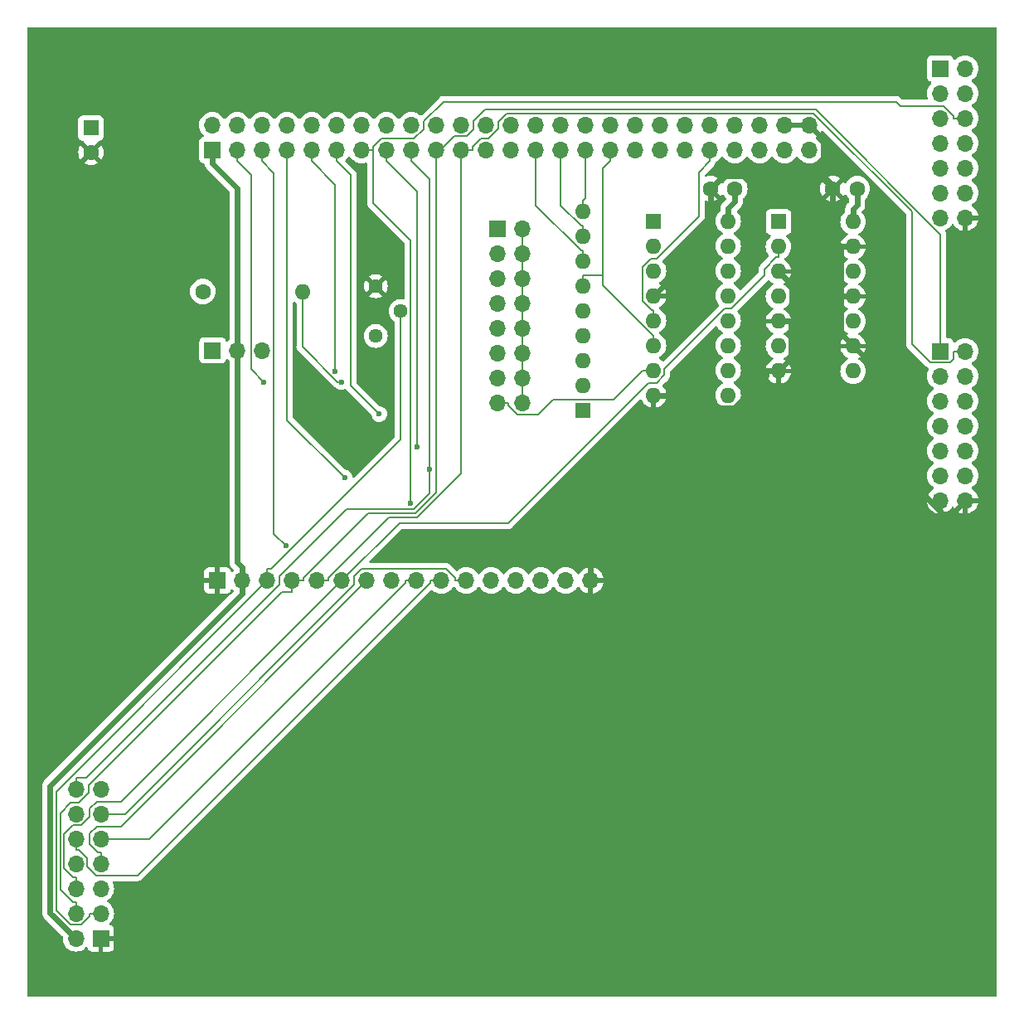
<source format=gbl>
G04 #@! TF.GenerationSoftware,KiCad,Pcbnew,(7.0.0-0)*
G04 #@! TF.CreationDate,2023-03-22T18:35:00+09:00*
G04 #@! TF.ProjectId,PC8001-SC1602,50433830-3031-42d5-9343-313630322e6b,rev?*
G04 #@! TF.SameCoordinates,PX5f5e100PY8f0d180*
G04 #@! TF.FileFunction,Copper,L2,Bot*
G04 #@! TF.FilePolarity,Positive*
%FSLAX46Y46*%
G04 Gerber Fmt 4.6, Leading zero omitted, Abs format (unit mm)*
G04 Created by KiCad (PCBNEW (7.0.0-0)) date 2023-03-22 18:35:00*
%MOMM*%
%LPD*%
G01*
G04 APERTURE LIST*
G04 #@! TA.AperFunction,ComponentPad*
%ADD10O,1.700000X1.700000*%
G04 #@! TD*
G04 #@! TA.AperFunction,ComponentPad*
%ADD11R,1.700000X1.700000*%
G04 #@! TD*
G04 #@! TA.AperFunction,ComponentPad*
%ADD12R,1.600000X1.600000*%
G04 #@! TD*
G04 #@! TA.AperFunction,ComponentPad*
%ADD13O,1.600000X1.600000*%
G04 #@! TD*
G04 #@! TA.AperFunction,ComponentPad*
%ADD14C,1.600000*%
G04 #@! TD*
G04 #@! TA.AperFunction,ComponentPad*
%ADD15C,1.440000*%
G04 #@! TD*
G04 #@! TA.AperFunction,ViaPad*
%ADD16C,0.600000*%
G04 #@! TD*
G04 #@! TA.AperFunction,Conductor*
%ADD17C,0.200000*%
G04 #@! TD*
G04 #@! TA.AperFunction,Conductor*
%ADD18C,0.600000*%
G04 #@! TD*
G04 APERTURE END LIST*
D10*
X96249999Y51169999D03*
X93709999Y51169999D03*
X96249999Y53709999D03*
X93709999Y53709999D03*
X96249999Y56249999D03*
X93709999Y56249999D03*
X96249999Y58789999D03*
X93709999Y58789999D03*
X96249999Y61329999D03*
X93709999Y61329999D03*
X96249999Y63869999D03*
X93709999Y63869999D03*
X96249999Y66409999D03*
D11*
X93709999Y66409999D03*
D10*
X96249999Y80039999D03*
X93709999Y80039999D03*
X96249999Y82579999D03*
X93709999Y82579999D03*
X96249999Y85119999D03*
X93709999Y85119999D03*
X96249999Y87659999D03*
X93709999Y87659999D03*
X96249999Y90199999D03*
X93709999Y90199999D03*
X96249999Y92739999D03*
X93709999Y92739999D03*
X96249999Y95279999D03*
D11*
X93709999Y95279999D03*
D12*
X57249999Y60324999D03*
D13*
X57249999Y62864999D03*
X57249999Y65404999D03*
X57249999Y67944999D03*
X57249999Y70484999D03*
X57249999Y73024999D03*
X57249999Y75564999D03*
X57249999Y78104999D03*
X57249999Y80644999D03*
D11*
X19419999Y66499999D03*
D10*
X21959999Y66499999D03*
X24499999Y66499999D03*
D14*
X82750000Y83000000D03*
X85250000Y83000000D03*
D15*
X36075000Y67975000D03*
X38615000Y70515000D03*
X36075000Y73055000D03*
D14*
X18420000Y72500000D03*
D13*
X28579999Y72499999D03*
D14*
X70250000Y83000000D03*
X72750000Y83000000D03*
D12*
X6999999Y89205099D03*
D14*
X7000000Y86705100D03*
D11*
X48474999Y78874999D03*
D10*
X51014999Y78874999D03*
X48474999Y76334999D03*
X51014999Y76334999D03*
X48474999Y73794999D03*
X51014999Y73794999D03*
X48474999Y71254999D03*
X51014999Y71254999D03*
X48474999Y68714999D03*
X51014999Y68714999D03*
X48474999Y66174999D03*
X51014999Y66174999D03*
X48474999Y63634999D03*
X51014999Y63634999D03*
X48474999Y61094999D03*
X51014999Y61094999D03*
D12*
X64449999Y79699999D03*
D13*
X64449999Y77159999D03*
X64449999Y74619999D03*
X64449999Y72079999D03*
X64449999Y69539999D03*
X64449999Y66999999D03*
X64449999Y64459999D03*
X64449999Y61919999D03*
X72069999Y61919999D03*
X72069999Y64459999D03*
X72069999Y66999999D03*
X72069999Y69539999D03*
X72069999Y72079999D03*
X72069999Y74619999D03*
X72069999Y77159999D03*
X72069999Y79699999D03*
D11*
X19919999Y42999999D03*
D10*
X22459999Y42999999D03*
X24999999Y42999999D03*
X27539999Y42999999D03*
X30079999Y42999999D03*
X32619999Y42999999D03*
X35159999Y42999999D03*
X37699999Y42999999D03*
X40239999Y42999999D03*
X42779999Y42999999D03*
X45319999Y42999999D03*
X47859999Y42999999D03*
X50399999Y42999999D03*
X52939999Y42999999D03*
X55479999Y42999999D03*
X58019999Y42999999D03*
X80359999Y89499999D03*
X80359999Y86959999D03*
X77819999Y89499999D03*
X77819999Y86959999D03*
X75279999Y89499999D03*
X75279999Y86959999D03*
X72739999Y89499999D03*
X72739999Y86959999D03*
X70199999Y89499999D03*
X70199999Y86959999D03*
X67659999Y89499999D03*
X67659999Y86959999D03*
X65119999Y89499999D03*
X65119999Y86959999D03*
X62579999Y89499999D03*
X62579999Y86959999D03*
X60039999Y89499999D03*
X60039999Y86959999D03*
X57499999Y89499999D03*
X57499999Y86959999D03*
X54959999Y89499999D03*
X54959999Y86959999D03*
X52419999Y89499999D03*
X52419999Y86959999D03*
X49879999Y89499999D03*
X49879999Y86959999D03*
X47339999Y89499999D03*
X47339999Y86959999D03*
X44799999Y89499999D03*
X44799999Y86959999D03*
X42259999Y89499999D03*
X42259999Y86959999D03*
X39719999Y89499999D03*
X39719999Y86959999D03*
X37179999Y89499999D03*
X37179999Y86959999D03*
X34639999Y89499999D03*
X34639999Y86959999D03*
X32099999Y89499999D03*
X32099999Y86959999D03*
X29559999Y89499999D03*
X29559999Y86959999D03*
X27019999Y89499999D03*
X27019999Y86959999D03*
X24479999Y89499999D03*
X24479999Y86959999D03*
X21939999Y89499999D03*
X21939999Y86959999D03*
X19399999Y89499999D03*
D11*
X19399999Y86959999D03*
D12*
X77199999Y79624999D03*
D13*
X77199999Y77084999D03*
X77199999Y74544999D03*
X77199999Y72004999D03*
X77199999Y69464999D03*
X77199999Y66924999D03*
X77199999Y64384999D03*
X84819999Y64384999D03*
X84819999Y66924999D03*
X84819999Y69464999D03*
X84819999Y72004999D03*
X84819999Y74544999D03*
X84819999Y77084999D03*
X84819999Y79624999D03*
D11*
X7999999Y6459999D03*
D10*
X5459999Y6459999D03*
X7999999Y8999999D03*
X5459999Y8999999D03*
X7999999Y11539999D03*
X5459999Y11539999D03*
X7999999Y14079999D03*
X5459999Y14079999D03*
X7999999Y16619999D03*
X5459999Y16619999D03*
X7999999Y19159999D03*
X5459999Y19159999D03*
X7999999Y21699999D03*
X5459999Y21699999D03*
D16*
X32557900Y63262700D03*
X41587300Y54349000D03*
X40271300Y56638600D03*
X39627100Y50882800D03*
X36423100Y59999900D03*
X31936200Y64354300D03*
X32889200Y53518900D03*
X26925700Y46551800D03*
X24623300Y63262700D03*
D17*
X28580000Y66861900D02*
X28580000Y72500000D01*
X32179200Y63262700D02*
X28580000Y66861900D01*
X32557900Y63262700D02*
X32179200Y63262700D01*
X5460000Y11540000D02*
X5460000Y12690100D01*
X10050000Y20430000D02*
X32620000Y43000000D01*
X7581600Y20430000D02*
X10050000Y20430000D01*
X6849800Y19698200D02*
X7581600Y20430000D01*
X6849800Y18861400D02*
X6849800Y19698200D01*
X5998200Y18009800D02*
X6849800Y18861400D01*
X5200900Y18009800D02*
X5998200Y18009800D01*
X4269000Y17077900D02*
X5200900Y18009800D01*
X4269000Y13593600D02*
X4269000Y17077900D01*
X5172500Y12690100D02*
X4269000Y13593600D01*
X5460000Y12690100D02*
X5172500Y12690100D01*
X76972000Y75984900D02*
X77200000Y75984900D01*
X75760200Y74773100D02*
X76972000Y75984900D01*
X75760200Y74188200D02*
X75760200Y74773100D01*
X72382000Y70810000D02*
X75760200Y74188200D01*
X71742600Y70810000D02*
X72382000Y70810000D01*
X65550200Y64617600D02*
X71742600Y70810000D01*
X65550200Y63992500D02*
X65550200Y64617600D01*
X64747700Y63190000D02*
X65550200Y63992500D01*
X63920000Y63190000D02*
X64747700Y63190000D01*
X49612400Y48882400D02*
X63920000Y63190000D01*
X38502400Y48882400D02*
X49612400Y48882400D01*
X32620000Y43000000D02*
X38502400Y48882400D01*
X77200000Y77085000D02*
X77200000Y75984900D01*
X8000000Y9000000D02*
X6849900Y9000000D01*
X3424600Y21424600D02*
X25000000Y43000000D01*
X3424600Y9344200D02*
X3424600Y21424600D01*
X4924600Y7844200D02*
X3424600Y9344200D01*
X5981600Y7844200D02*
X4924600Y7844200D01*
X6849900Y8712500D02*
X5981600Y7844200D01*
X6849900Y9000000D02*
X6849900Y8712500D01*
X25000000Y43000000D02*
X25000000Y44150100D01*
X38615000Y57392400D02*
X38615000Y70515000D01*
X25372700Y44150100D02*
X38615000Y57392400D01*
X25000000Y44150100D02*
X25372700Y44150100D01*
X49625100Y60856700D02*
X49625100Y61095000D01*
X50571300Y59910500D02*
X49625100Y60856700D01*
X52657700Y59910500D02*
X50571300Y59910500D01*
X54200700Y61453500D02*
X52657700Y59910500D01*
X60343400Y61453500D02*
X54200700Y61453500D01*
X63349900Y64460000D02*
X60343400Y61453500D01*
X48475000Y61095000D02*
X49625100Y61095000D01*
X64450000Y64460000D02*
X63349900Y64460000D01*
X51015000Y61095000D02*
X51015000Y63635000D01*
X51015000Y63635000D02*
X51015000Y66175000D01*
X51015000Y66175000D02*
X51015000Y68715000D01*
X51015000Y68715000D02*
X51015000Y71255000D01*
X51015000Y78875000D02*
X51015000Y76335000D01*
X51015000Y76335000D02*
X51015000Y73795000D01*
X51015000Y73795000D02*
X51015000Y71255000D01*
X64222000Y70640100D02*
X64450000Y70640100D01*
X63310400Y71551700D02*
X64222000Y70640100D01*
X63310400Y74989500D02*
X63310400Y71551700D01*
X64210900Y75890000D02*
X63310400Y74989500D01*
X64745100Y75890000D02*
X64210900Y75890000D01*
X69049900Y80194800D02*
X64745100Y75890000D01*
X69049900Y84659800D02*
X69049900Y80194800D01*
X70200000Y85809900D02*
X69049900Y84659800D01*
X70200000Y86960000D02*
X70200000Y85809900D01*
X64450000Y69540000D02*
X64450000Y70640100D01*
X57250000Y73025000D02*
X57250000Y74125100D01*
X59297300Y74125100D02*
X57250000Y74125100D01*
X59297300Y73115300D02*
X59297300Y74125100D01*
X64312500Y68100100D02*
X59297300Y73115300D01*
X64450000Y68100100D02*
X64312500Y68100100D01*
X59297300Y85067200D02*
X60040000Y85809900D01*
X59297300Y74125100D02*
X59297300Y85067200D01*
X64450000Y67000000D02*
X64450000Y68100100D01*
X60040000Y86960000D02*
X60040000Y85809900D01*
X57500000Y81995100D02*
X57250000Y81745100D01*
X57500000Y86960000D02*
X57500000Y81995100D01*
X57250000Y80645000D02*
X57250000Y81745100D01*
X57022000Y79205100D02*
X57250000Y79205100D01*
X54960000Y81267100D02*
X57022000Y79205100D01*
X54960000Y86960000D02*
X54960000Y81267100D01*
X57250000Y78105000D02*
X57250000Y79205100D01*
X57022000Y76665100D02*
X57250000Y76665100D01*
X52420000Y81267100D02*
X57022000Y76665100D01*
X52420000Y86960000D02*
X52420000Y81267100D01*
X57250000Y75565000D02*
X57250000Y76665100D01*
X30080000Y43000000D02*
X31230100Y43000000D01*
X96250000Y66410000D02*
X95099900Y66410000D01*
X95099900Y65596700D02*
X95099900Y66410000D01*
X94763000Y65259800D02*
X95099900Y65596700D01*
X92731000Y65259800D02*
X94763000Y65259800D01*
X90843300Y67147500D02*
X92731000Y65259800D01*
X90843300Y80643300D02*
X90843300Y67147500D01*
X80803700Y90682900D02*
X90843300Y80643300D01*
X49426900Y90682900D02*
X80803700Y90682900D01*
X48610000Y89866000D02*
X49426900Y90682900D01*
X48610000Y89179700D02*
X48610000Y89866000D01*
X47540400Y88110100D02*
X48610000Y89179700D01*
X46812600Y88110100D02*
X47540400Y88110100D01*
X45950100Y87247600D02*
X46812600Y88110100D01*
X45950100Y86960000D02*
X45950100Y87247600D01*
X44800000Y86960000D02*
X45950100Y86960000D01*
X31230100Y43287500D02*
X31230100Y43000000D01*
X37425000Y49482400D02*
X31230100Y43287500D01*
X40319100Y49482400D02*
X37425000Y49482400D01*
X44800000Y53963300D02*
X40319100Y49482400D01*
X44800000Y86960000D02*
X44800000Y53963300D01*
X42260000Y86960000D02*
X42260000Y86485000D01*
X93710000Y66410000D02*
X93710000Y67560100D01*
X44124800Y88349800D02*
X42260000Y86485000D01*
X45338200Y88349800D02*
X44124800Y88349800D01*
X46070000Y89081600D02*
X45338200Y88349800D01*
X46070000Y89882400D02*
X46070000Y89081600D01*
X47270700Y91083100D02*
X46070000Y89882400D01*
X80981000Y91083100D02*
X47270700Y91083100D01*
X93710000Y78354100D02*
X80981000Y91083100D01*
X93710000Y67560100D02*
X93710000Y78354100D01*
X27540000Y43000000D02*
X28690100Y43000000D01*
X26474100Y41849900D02*
X27540000Y41849900D01*
X6730000Y22105800D02*
X26474100Y41849900D01*
X6730000Y21305900D02*
X6730000Y22105800D01*
X5734300Y20310200D02*
X6730000Y21305900D01*
X4944300Y20310200D02*
X5734300Y20310200D01*
X3856000Y19221900D02*
X4944300Y20310200D01*
X3856000Y11466600D02*
X3856000Y19221900D01*
X5172500Y10150100D02*
X3856000Y11466600D01*
X5460000Y10150100D02*
X5172500Y10150100D01*
X5460000Y9000000D02*
X5460000Y10150100D01*
X27540000Y43000000D02*
X27540000Y41849900D01*
X28690100Y43287500D02*
X28690100Y43000000D01*
X35285100Y49882500D02*
X28690100Y43287500D01*
X40129800Y49882500D02*
X35285100Y49882500D01*
X42260000Y52012700D02*
X40129800Y49882500D01*
X42260000Y86485000D02*
X42260000Y52012700D01*
X5460000Y21700000D02*
X5460000Y22850100D01*
X41587300Y83942600D02*
X39720000Y85809900D01*
X41587300Y54349000D02*
X41587300Y83942600D01*
X39720000Y86960000D02*
X39720000Y85809900D01*
X6495200Y22850100D02*
X5460000Y22850100D01*
X26270000Y42624900D02*
X6495200Y22850100D01*
X26270000Y43428900D02*
X26270000Y42624900D01*
X33123700Y50282600D02*
X26270000Y43428900D01*
X39941300Y50282600D02*
X33123700Y50282600D01*
X41587300Y51928600D02*
X39941300Y50282600D01*
X41587300Y54349000D02*
X41587300Y51928600D01*
X40271300Y82718600D02*
X40271300Y56638600D01*
X37180000Y85809900D02*
X40271300Y82718600D01*
X37180000Y86960000D02*
X37180000Y85809900D01*
X96250000Y90200000D02*
X95099900Y90200000D01*
X95099900Y90438300D02*
X95099900Y90200000D01*
X94068200Y91470000D02*
X95099900Y90438300D01*
X89625500Y91470000D02*
X94068200Y91470000D01*
X89204000Y91891500D02*
X89625500Y91470000D01*
X43003400Y91891500D02*
X89204000Y91891500D01*
X40990000Y89878100D02*
X43003400Y91891500D01*
X40990000Y89105900D02*
X40990000Y89878100D01*
X39994200Y88110100D02*
X40990000Y89105900D01*
X36652600Y88110100D02*
X39994200Y88110100D01*
X35790100Y87247600D02*
X36652600Y88110100D01*
X35790100Y86960000D02*
X35790100Y87247600D01*
X34640000Y86960000D02*
X35790100Y86960000D01*
X39638400Y50894100D02*
X39627100Y50882800D01*
X39638400Y77706000D02*
X39638400Y50894100D01*
X35790100Y81554300D02*
X39638400Y77706000D01*
X35790100Y86960000D02*
X35790100Y81554300D01*
X45320000Y43000000D02*
X44169900Y43000000D01*
X33489800Y84420100D02*
X32100000Y85809900D01*
X33489800Y62933200D02*
X33489800Y84420100D01*
X36423100Y59999900D02*
X33489800Y62933200D01*
X32100000Y86960000D02*
X32100000Y85809900D01*
X10470100Y19160000D02*
X8000000Y19160000D01*
X33890000Y42579900D02*
X10470100Y19160000D01*
X33890000Y43423100D02*
X33890000Y42579900D01*
X34642900Y44176000D02*
X33890000Y43423100D01*
X43232200Y44176000D02*
X34642900Y44176000D01*
X44169900Y43238300D02*
X43232200Y44176000D01*
X44169900Y43000000D02*
X44169900Y43238300D01*
X31936200Y83433700D02*
X29560000Y85809900D01*
X31936200Y64354300D02*
X31936200Y83433700D01*
X29560000Y86960000D02*
X29560000Y85809900D01*
X41629900Y42761700D02*
X41629900Y43000000D01*
X11769700Y12901500D02*
X41629900Y42761700D01*
X7490100Y12901500D02*
X11769700Y12901500D01*
X6610100Y13781500D02*
X7490100Y12901500D01*
X6610100Y14607400D02*
X6610100Y13781500D01*
X5747600Y15469900D02*
X6610100Y14607400D01*
X5460000Y15469900D02*
X5747600Y15469900D01*
X5460000Y16620000D02*
X5460000Y15469900D01*
X42780000Y43000000D02*
X41629900Y43000000D01*
X39089900Y42761700D02*
X39089900Y43000000D01*
X12948200Y16620000D02*
X39089900Y42761700D01*
X8000000Y16620000D02*
X12948200Y16620000D01*
X40240000Y43000000D02*
X39089900Y43000000D01*
X27020000Y59388100D02*
X32889200Y53518900D01*
X27020000Y86960000D02*
X27020000Y59388100D01*
X25689000Y47788500D02*
X26925700Y46551800D01*
X25689000Y84600900D02*
X25689000Y47788500D01*
X24480000Y85809900D02*
X25689000Y84600900D01*
X24480000Y86960000D02*
X24480000Y85809900D01*
X23329800Y84420100D02*
X21940000Y85809900D01*
X23329800Y64556200D02*
X23329800Y84420100D01*
X24623300Y63262700D02*
X23329800Y64556200D01*
X21940000Y86960000D02*
X21940000Y85809900D01*
X10050000Y17890000D02*
X35160000Y43000000D01*
X7581600Y17890000D02*
X10050000Y17890000D01*
X6849800Y17158200D02*
X7581600Y17890000D01*
X6849800Y16092800D02*
X6849800Y17158200D01*
X7712500Y15230100D02*
X6849800Y16092800D01*
X8000000Y15230100D02*
X7712500Y15230100D01*
X8000000Y14080000D02*
X8000000Y15230100D01*
D18*
X81779100Y88080900D02*
X81779100Y84305600D01*
X80360000Y89500000D02*
X81779100Y88080900D01*
X82750000Y83334700D02*
X82750000Y83000000D01*
X81779100Y84305600D02*
X82750000Y83334700D01*
X77200000Y69465000D02*
X78500100Y69465000D01*
X71555600Y84305600D02*
X70250000Y83000000D01*
X81779100Y84305600D02*
X71555600Y84305600D01*
X70250000Y77880000D02*
X64450000Y72080000D01*
X70250000Y83000000D02*
X70250000Y77880000D01*
X78560600Y73184400D02*
X77200000Y74545000D01*
X78560600Y70704800D02*
X78560600Y73184400D01*
X79150300Y70115200D02*
X78560600Y70704800D01*
X84820000Y77085000D02*
X83519900Y77085000D01*
X82750000Y77854900D02*
X83519900Y77085000D01*
X82750000Y83000000D02*
X82750000Y77854900D01*
X83519900Y77085000D02*
X83519900Y72005000D01*
X79150300Y70115100D02*
X83519900Y70115100D01*
X79150300Y70115200D02*
X79150300Y70115100D01*
X84820000Y72005000D02*
X83519900Y72005000D01*
X83519900Y72005000D02*
X83519900Y70115100D01*
X64450000Y61920000D02*
X65750100Y61920000D01*
X58020000Y43000000D02*
X58020000Y44350100D01*
X79150300Y70115200D02*
X78500100Y69465000D01*
X67050300Y53380400D02*
X67050300Y60619800D01*
X58020000Y44350100D02*
X67050300Y53380400D01*
X67050300Y60619800D02*
X65750100Y61920000D01*
X78500100Y65685100D02*
X77200000Y64385000D01*
X78500100Y69465000D02*
X78500100Y65685100D01*
X72622200Y60619800D02*
X67050300Y60619800D01*
X75899900Y63897500D02*
X72622200Y60619800D01*
X75899900Y64385000D02*
X75899900Y63897500D01*
X77200000Y64385000D02*
X75899900Y64385000D01*
X83519900Y68225100D02*
X84820000Y66925000D01*
X83519900Y70115100D02*
X83519900Y68225100D01*
X94892300Y49812300D02*
X96250000Y51170000D01*
X94009600Y49812300D02*
X94892300Y49812300D01*
X90989900Y52832000D02*
X94009600Y49812300D01*
X90989900Y60755100D02*
X90989900Y52832000D01*
X84820000Y66925000D02*
X90989900Y60755100D01*
X85250000Y81355100D02*
X85250000Y83000000D01*
X84820000Y80925100D02*
X85250000Y81355100D01*
X84820000Y79625000D02*
X84820000Y80925100D01*
X72750000Y81680100D02*
X72750000Y83000000D01*
X72070000Y81000100D02*
X72750000Y81680100D01*
X72070000Y79700000D02*
X72070000Y81000100D01*
X19400000Y86960000D02*
X19400000Y85609900D01*
X21960000Y83049900D02*
X21960000Y66500000D01*
X19400000Y85609900D02*
X21960000Y83049900D01*
X21960000Y44850100D02*
X22460000Y44350100D01*
X21960000Y66500000D02*
X21960000Y44850100D01*
X22460000Y43312100D02*
X22460000Y44350100D01*
X22460000Y43312100D02*
X22460000Y43000000D01*
X22460000Y43000000D02*
X22460000Y41649900D01*
X2824400Y9095600D02*
X5460000Y6460000D01*
X2824400Y22014300D02*
X2824400Y9095600D01*
X22460000Y41649900D02*
X2824400Y22014300D01*
G04 #@! TA.AperFunction,Conductor*
G36*
X33427257Y86313024D02*
G01*
X33471575Y86274158D01*
X33598395Y86093039D01*
X33598401Y86093032D01*
X33601505Y86088599D01*
X33768599Y85921505D01*
X33773031Y85918402D01*
X33773033Y85918400D01*
X33909954Y85822527D01*
X33962170Y85785965D01*
X33967070Y85783680D01*
X33967072Y85783679D01*
X33974396Y85780264D01*
X34176337Y85686097D01*
X34404592Y85624937D01*
X34640000Y85604341D01*
X34875408Y85624937D01*
X35033507Y85667300D01*
X35089791Y85669141D01*
X35141087Y85645900D01*
X35176812Y85602368D01*
X35189600Y85547524D01*
X35189600Y81601787D01*
X35188538Y81585602D01*
X35184418Y81554300D01*
X35185479Y81546241D01*
X35189600Y81514939D01*
X35203994Y81405598D01*
X35203995Y81405592D01*
X35205056Y81397538D01*
X35208165Y81390032D01*
X35208166Y81390029D01*
X35259085Y81267100D01*
X35265564Y81251459D01*
X35282926Y81228832D01*
X35355385Y81134401D01*
X35361818Y81126018D01*
X35368264Y81121072D01*
X35386869Y81106796D01*
X35399064Y81096101D01*
X39001581Y77493584D01*
X39028461Y77453356D01*
X39037900Y77405903D01*
X39037900Y71826839D01*
X39025112Y71771995D01*
X38989387Y71728463D01*
X38938092Y71705222D01*
X38881807Y71707064D01*
X38832972Y71720149D01*
X38832971Y71720150D01*
X38827747Y71721549D01*
X38822359Y71722021D01*
X38822356Y71722021D01*
X38620395Y71739690D01*
X38615000Y71740162D01*
X38609605Y71739690D01*
X38407643Y71722021D01*
X38407638Y71722021D01*
X38402253Y71721549D01*
X38397028Y71720150D01*
X38397028Y71720149D01*
X38201202Y71667679D01*
X38201190Y71667675D01*
X38195970Y71666276D01*
X38191065Y71663990D01*
X38191060Y71663987D01*
X38007329Y71578311D01*
X38007325Y71578309D01*
X38002419Y71576021D01*
X37997986Y71572918D01*
X37997979Y71572913D01*
X37831916Y71456635D01*
X37831911Y71456632D01*
X37827481Y71453529D01*
X37823657Y71449706D01*
X37823651Y71449700D01*
X37680300Y71306349D01*
X37680294Y71306343D01*
X37676471Y71302519D01*
X37673368Y71298089D01*
X37673365Y71298084D01*
X37557087Y71132021D01*
X37557082Y71132014D01*
X37553979Y71127581D01*
X37551691Y71122675D01*
X37551689Y71122671D01*
X37466013Y70938940D01*
X37466010Y70938935D01*
X37463724Y70934030D01*
X37462325Y70928810D01*
X37462321Y70928798D01*
X37424174Y70786428D01*
X37408451Y70727747D01*
X37407979Y70722362D01*
X37407979Y70722357D01*
X37395706Y70582073D01*
X37389838Y70515000D01*
X37390310Y70509605D01*
X37400945Y70388039D01*
X37408451Y70302253D01*
X37420226Y70258308D01*
X37462321Y70101203D01*
X37462324Y70101195D01*
X37463724Y70095970D01*
X37466012Y70091063D01*
X37466013Y70091061D01*
X37488771Y70042257D01*
X37553979Y69902419D01*
X37557086Y69897982D01*
X37557087Y69897980D01*
X37599662Y69837177D01*
X37676471Y69727481D01*
X37827481Y69576471D01*
X37879567Y69540000D01*
X37961623Y69482544D01*
X38000489Y69438226D01*
X38014500Y69380969D01*
X38014500Y57692497D01*
X38005061Y57645044D01*
X37978181Y57604816D01*
X33896835Y53523472D01*
X33836746Y53490262D01*
X33768199Y53494112D01*
X33712206Y53533841D01*
X33685935Y53597269D01*
X33674568Y53698155D01*
X33614989Y53868422D01*
X33519016Y54021162D01*
X33391462Y54148716D01*
X33290690Y54212035D01*
X33244612Y54240988D01*
X33238722Y54244689D01*
X33232159Y54246986D01*
X33232156Y54246987D01*
X33075025Y54301969D01*
X33068455Y54304268D01*
X33061533Y54305048D01*
X32981531Y54314062D01*
X32941613Y54325562D01*
X32907734Y54349601D01*
X27656819Y59600516D01*
X27629939Y59640744D01*
X27620500Y59688197D01*
X27620500Y71346030D01*
X27638491Y71410358D01*
X27687243Y71456019D01*
X27752610Y71469765D01*
X27815621Y71447606D01*
X27868817Y71410358D01*
X27926623Y71369882D01*
X27965489Y71325564D01*
X27979500Y71268307D01*
X27979500Y66909387D01*
X27978438Y66893202D01*
X27974318Y66861900D01*
X27979042Y66826014D01*
X27985981Y66773308D01*
X27993894Y66713199D01*
X27993895Y66713194D01*
X27994956Y66705138D01*
X28055464Y66559059D01*
X28151718Y66433618D01*
X28158164Y66428672D01*
X28176769Y66414396D01*
X28188964Y66403701D01*
X31721002Y62871662D01*
X31731696Y62859468D01*
X31745969Y62840867D01*
X31745971Y62840865D01*
X31750918Y62834418D01*
X31782412Y62810252D01*
X31782414Y62810250D01*
X31876359Y62738164D01*
X31883863Y62735056D01*
X31883868Y62735053D01*
X31979895Y62695278D01*
X32020124Y62668398D01*
X32055638Y62632884D01*
X32208378Y62536911D01*
X32378645Y62477332D01*
X32557900Y62457135D01*
X32737155Y62477332D01*
X32907422Y62536911D01*
X32911888Y62539718D01*
X32960151Y62551691D01*
X33010094Y62543208D01*
X33052477Y62515459D01*
X33056571Y62511365D01*
X33061518Y62504918D01*
X33067964Y62499972D01*
X33086569Y62485696D01*
X33098764Y62475001D01*
X35592399Y59981366D01*
X35616438Y59947487D01*
X35627938Y59907569D01*
X35636847Y59828495D01*
X35637732Y59820645D01*
X35640031Y59814076D01*
X35640031Y59814075D01*
X35695005Y59656966D01*
X35697311Y59650378D01*
X35705821Y59636835D01*
X35787230Y59507272D01*
X35793284Y59497638D01*
X35920838Y59370084D01*
X36073578Y59274111D01*
X36243845Y59214532D01*
X36423100Y59194335D01*
X36602355Y59214532D01*
X36772622Y59274111D01*
X36925362Y59370084D01*
X37052916Y59497638D01*
X37148889Y59650378D01*
X37208468Y59820645D01*
X37228665Y59999900D01*
X37208468Y60179155D01*
X37148889Y60349422D01*
X37052916Y60502162D01*
X36925362Y60629716D01*
X36896675Y60647741D01*
X36778512Y60721988D01*
X36772622Y60725689D01*
X36766059Y60727986D01*
X36766056Y60727987D01*
X36608925Y60782969D01*
X36602355Y60785268D01*
X36595433Y60786048D01*
X36515431Y60795062D01*
X36475513Y60806562D01*
X36441634Y60830601D01*
X34126619Y63145616D01*
X34099739Y63185844D01*
X34090300Y63233297D01*
X34090300Y67975000D01*
X34849838Y67975000D01*
X34850310Y67969605D01*
X34867431Y67773903D01*
X34868451Y67762253D01*
X34880226Y67718308D01*
X34922321Y67561203D01*
X34922324Y67561195D01*
X34923724Y67555970D01*
X34926012Y67551063D01*
X34926013Y67551061D01*
X34968048Y67460918D01*
X35013979Y67362419D01*
X35017086Y67357982D01*
X35017087Y67357980D01*
X35039081Y67326569D01*
X35136471Y67187481D01*
X35287481Y67036471D01*
X35462419Y66913979D01*
X35655970Y66823724D01*
X35862253Y66768451D01*
X36075000Y66749838D01*
X36287747Y66768451D01*
X36494030Y66823724D01*
X36687581Y66913979D01*
X36862519Y67036471D01*
X37013529Y67187481D01*
X37136021Y67362419D01*
X37226276Y67555970D01*
X37281549Y67762253D01*
X37300162Y67975000D01*
X37281549Y68187747D01*
X37226276Y68394030D01*
X37136021Y68587581D01*
X37013529Y68762519D01*
X36862519Y68913529D01*
X36712598Y69018504D01*
X36692020Y69032913D01*
X36692018Y69032914D01*
X36687581Y69036021D01*
X36553087Y69098737D01*
X36498939Y69123987D01*
X36498937Y69123988D01*
X36494030Y69126276D01*
X36488805Y69127676D01*
X36488797Y69127679D01*
X36337220Y69168293D01*
X36287747Y69181549D01*
X36282359Y69182021D01*
X36282356Y69182021D01*
X36080395Y69199690D01*
X36075000Y69200162D01*
X36069605Y69199690D01*
X35867643Y69182021D01*
X35867638Y69182021D01*
X35862253Y69181549D01*
X35857028Y69180150D01*
X35857028Y69180149D01*
X35661202Y69127679D01*
X35661190Y69127675D01*
X35655970Y69126276D01*
X35651065Y69123990D01*
X35651060Y69123987D01*
X35467329Y69038311D01*
X35467325Y69038309D01*
X35462419Y69036021D01*
X35457986Y69032918D01*
X35457979Y69032913D01*
X35291916Y68916635D01*
X35291911Y68916632D01*
X35287481Y68913529D01*
X35283657Y68909706D01*
X35283651Y68909700D01*
X35140300Y68766349D01*
X35140294Y68766343D01*
X35136471Y68762519D01*
X35133368Y68758089D01*
X35133365Y68758084D01*
X35017087Y68592021D01*
X35017082Y68592014D01*
X35013979Y68587581D01*
X35011691Y68582675D01*
X35011689Y68582671D01*
X34926013Y68398940D01*
X34926010Y68398935D01*
X34923724Y68394030D01*
X34922325Y68388810D01*
X34922321Y68388798D01*
X34884174Y68246428D01*
X34868451Y68187747D01*
X34867979Y68182362D01*
X34867979Y68182357D01*
X34855706Y68042073D01*
X34849838Y67975000D01*
X34090300Y67975000D01*
X34090300Y72033738D01*
X35410658Y72033738D01*
X35418089Y72025629D01*
X35458232Y71997521D01*
X35467584Y71992122D01*
X35651239Y71906483D01*
X35661363Y71902797D01*
X35857107Y71850347D01*
X35867738Y71848473D01*
X36069605Y71830812D01*
X36080395Y71830812D01*
X36282261Y71848473D01*
X36292892Y71850347D01*
X36488636Y71902797D01*
X36498760Y71906483D01*
X36682419Y71992124D01*
X36691767Y71997521D01*
X36731907Y72025627D01*
X36739339Y72033739D01*
X36733426Y72043021D01*
X36086542Y72689905D01*
X36075000Y72696569D01*
X36063457Y72689905D01*
X35416572Y72043021D01*
X35410658Y72033738D01*
X34090300Y72033738D01*
X34090300Y73049605D01*
X34850812Y73049605D01*
X34868472Y72847739D01*
X34870346Y72837108D01*
X34922796Y72641364D01*
X34926482Y72631240D01*
X35012124Y72447578D01*
X35017518Y72438236D01*
X35045626Y72398093D01*
X35053737Y72390660D01*
X35063016Y72396571D01*
X35709904Y73043458D01*
X35716568Y73055000D01*
X36433431Y73055000D01*
X36440095Y73043458D01*
X37086979Y72396574D01*
X37096261Y72390661D01*
X37104373Y72398093D01*
X37132479Y72438233D01*
X37137876Y72447581D01*
X37223517Y72631240D01*
X37227203Y72641364D01*
X37279653Y72837108D01*
X37281527Y72847739D01*
X37299188Y73049605D01*
X37299188Y73060395D01*
X37281527Y73262262D01*
X37279653Y73272893D01*
X37227203Y73468637D01*
X37223517Y73478761D01*
X37137878Y73662416D01*
X37132479Y73671768D01*
X37104371Y73711911D01*
X37096262Y73719342D01*
X37086979Y73713428D01*
X36440095Y73066543D01*
X36433431Y73055000D01*
X35716568Y73055000D01*
X35709904Y73066543D01*
X35063016Y73713431D01*
X35053738Y73719342D01*
X35045625Y73711908D01*
X35017515Y73671762D01*
X35012125Y73662425D01*
X34926482Y73478761D01*
X34922796Y73468637D01*
X34870346Y73272893D01*
X34868472Y73262262D01*
X34850812Y73060395D01*
X34850812Y73049605D01*
X34090300Y73049605D01*
X34090300Y74076262D01*
X35410658Y74076262D01*
X35416569Y74066984D01*
X36063457Y73420096D01*
X36075000Y73413432D01*
X36086542Y73420096D01*
X36733429Y74066984D01*
X36739340Y74076263D01*
X36731907Y74084374D01*
X36691764Y74112482D01*
X36682422Y74117876D01*
X36498760Y74203518D01*
X36488636Y74207204D01*
X36292892Y74259654D01*
X36282261Y74261528D01*
X36080395Y74279188D01*
X36069605Y74279188D01*
X35867738Y74261528D01*
X35857107Y74259654D01*
X35661363Y74207204D01*
X35651239Y74203518D01*
X35467575Y74117875D01*
X35458238Y74112485D01*
X35418092Y74084375D01*
X35410658Y74076262D01*
X34090300Y74076262D01*
X34090300Y84372613D01*
X34091361Y84388798D01*
X34094421Y84412041D01*
X34095482Y84420100D01*
X34074844Y84576862D01*
X34014336Y84722941D01*
X33942250Y84816885D01*
X33942250Y84816886D01*
X33923028Y84841936D01*
X33918082Y84848382D01*
X33893022Y84867611D01*
X33880834Y84878301D01*
X32992196Y85766939D01*
X32960102Y85822527D01*
X32960102Y85886714D01*
X32992193Y85942298D01*
X33138495Y86088599D01*
X33268424Y86274158D01*
X33312743Y86313024D01*
X33370000Y86327035D01*
X33427257Y86313024D01*
G37*
G04 #@! TD.AperFunction*
G04 #@! TA.AperFunction,Conductor*
G36*
X80548000Y89733387D02*
G01*
X80593387Y89688000D01*
X80610000Y89626000D01*
X80610000Y89374000D01*
X80593387Y89312000D01*
X80548000Y89266613D01*
X80486000Y89250000D01*
X77694000Y89250000D01*
X77632000Y89266613D01*
X77586613Y89312000D01*
X77570000Y89374000D01*
X77570000Y89626000D01*
X77586613Y89688000D01*
X77632000Y89733387D01*
X77694000Y89750000D01*
X80486000Y89750000D01*
X80548000Y89733387D01*
G37*
G04 #@! TD.AperFunction*
G04 #@! TA.AperFunction,Conductor*
G36*
X99438000Y99483387D02*
G01*
X99483387Y99438000D01*
X99500000Y99376000D01*
X99500000Y624000D01*
X99483387Y562000D01*
X99438000Y516613D01*
X99376000Y500000D01*
X624000Y500000D01*
X562000Y516613D01*
X516613Y562000D01*
X500000Y624000D01*
X500000Y9005406D01*
X2023900Y9005406D01*
X2025449Y8998617D01*
X2025450Y8998612D01*
X2032417Y8968082D01*
X2034745Y8954382D01*
X2038252Y8923264D01*
X2039032Y8916345D01*
X2041329Y8909779D01*
X2041330Y8909777D01*
X2051672Y8880221D01*
X2055519Y8866865D01*
X2062488Y8836333D01*
X2062491Y8836324D01*
X2064040Y8829539D01*
X2067058Y8823271D01*
X2067061Y8823264D01*
X2080650Y8795046D01*
X2085968Y8782207D01*
X2098611Y8746078D01*
X2102312Y8740188D01*
X2102313Y8740186D01*
X2118972Y8713673D01*
X2125696Y8701507D01*
X2139288Y8673285D01*
X2142309Y8667013D01*
X2166171Y8637091D01*
X2174218Y8625750D01*
X2194584Y8593338D01*
X2199512Y8588410D01*
X4081441Y6706481D01*
X4110282Y6661211D01*
X4117288Y6607993D01*
X4115364Y6586000D01*
X4104341Y6460000D01*
X4124937Y6224592D01*
X4126336Y6219370D01*
X4126337Y6219366D01*
X4184694Y6001570D01*
X4184697Y6001562D01*
X4186097Y5996337D01*
X4188385Y5991430D01*
X4188386Y5991428D01*
X4283678Y5787073D01*
X4283681Y5787067D01*
X4285965Y5782170D01*
X4289064Y5777743D01*
X4289066Y5777741D01*
X4418399Y5593034D01*
X4418402Y5593030D01*
X4421505Y5588599D01*
X4588599Y5421505D01*
X4782170Y5285965D01*
X4996337Y5186097D01*
X5224592Y5124937D01*
X5460000Y5104341D01*
X5695408Y5124937D01*
X5923663Y5186097D01*
X6137830Y5285965D01*
X6331401Y5421505D01*
X6453717Y5543822D01*
X6506460Y5575115D01*
X6567753Y5577304D01*
X6622597Y5549851D01*
X6657577Y5499472D01*
X6703548Y5376221D01*
X6711962Y5360811D01*
X6787498Y5259908D01*
X6799907Y5247499D01*
X6900810Y5171963D01*
X6916222Y5163548D01*
X7035358Y5119112D01*
X7050332Y5115574D01*
X7098885Y5110354D01*
X7105482Y5110000D01*
X7733674Y5110000D01*
X7746549Y5113451D01*
X7750000Y5126326D01*
X8250000Y5126326D01*
X8253450Y5113451D01*
X8266326Y5110000D01*
X8894518Y5110000D01*
X8901114Y5110354D01*
X8949667Y5115574D01*
X8964641Y5119112D01*
X9083777Y5163548D01*
X9099189Y5171963D01*
X9200092Y5247499D01*
X9212501Y5259908D01*
X9288037Y5360811D01*
X9296452Y5376223D01*
X9340888Y5495359D01*
X9344426Y5510333D01*
X9349646Y5558886D01*
X9350000Y5565482D01*
X9350000Y6193674D01*
X9346549Y6206550D01*
X9333674Y6210000D01*
X8266326Y6210000D01*
X8253450Y6206550D01*
X8250000Y6193674D01*
X8250000Y5126326D01*
X7750000Y5126326D01*
X7750000Y6586000D01*
X7766613Y6648000D01*
X7812000Y6693387D01*
X7874000Y6710000D01*
X9333674Y6710000D01*
X9346549Y6713451D01*
X9350000Y6726326D01*
X9350000Y7354518D01*
X9349646Y7361115D01*
X9344426Y7409668D01*
X9340888Y7424642D01*
X9296452Y7543778D01*
X9288037Y7559190D01*
X9212501Y7660093D01*
X9200092Y7672502D01*
X9099189Y7748038D01*
X9083779Y7756452D01*
X8960528Y7802423D01*
X8910149Y7837403D01*
X8882696Y7892247D01*
X8884885Y7953540D01*
X8916178Y8006283D01*
X9038495Y8128599D01*
X9174035Y8322170D01*
X9273903Y8536337D01*
X9335063Y8764592D01*
X9355659Y9000000D01*
X9335063Y9235408D01*
X9273903Y9463663D01*
X9174035Y9677829D01*
X9038495Y9871401D01*
X8871401Y10038495D01*
X8866968Y10041599D01*
X8866961Y10041605D01*
X8685842Y10168425D01*
X8646976Y10212743D01*
X8632965Y10270000D01*
X8646976Y10327257D01*
X8685842Y10371575D01*
X8866961Y10498396D01*
X8866961Y10498397D01*
X8871401Y10501505D01*
X9038495Y10668599D01*
X9174035Y10862170D01*
X9273903Y11076337D01*
X9335063Y11304592D01*
X9355659Y11540000D01*
X9335063Y11775408D01*
X9273903Y12003663D01*
X9217510Y12124596D01*
X9206158Y12185110D01*
X9225312Y12243625D01*
X9270250Y12285714D01*
X9329893Y12301000D01*
X11722213Y12301000D01*
X11738398Y12299939D01*
X11769700Y12295818D01*
X11926462Y12316456D01*
X12072541Y12376964D01*
X12127708Y12419295D01*
X12197982Y12473218D01*
X12217210Y12498278D01*
X12227889Y12510456D01*
X41706088Y41988655D01*
X41761675Y42020748D01*
X41825863Y42020748D01*
X41881450Y41988654D01*
X41908599Y41961505D01*
X42102170Y41825965D01*
X42107070Y41823680D01*
X42107072Y41823679D01*
X42120733Y41817309D01*
X42316337Y41726097D01*
X42544592Y41664937D01*
X42780000Y41644341D01*
X43015408Y41664937D01*
X43243663Y41726097D01*
X43457830Y41825965D01*
X43651401Y41961505D01*
X43818495Y42128599D01*
X43948426Y42314159D01*
X43992743Y42353024D01*
X44050000Y42367035D01*
X44107257Y42353024D01*
X44151575Y42314158D01*
X44278395Y42133039D01*
X44278401Y42133032D01*
X44281505Y42128599D01*
X44448599Y41961505D01*
X44642170Y41825965D01*
X44647070Y41823680D01*
X44647072Y41823679D01*
X44660733Y41817309D01*
X44856337Y41726097D01*
X45084592Y41664937D01*
X45320000Y41644341D01*
X45555408Y41664937D01*
X45783663Y41726097D01*
X45997830Y41825965D01*
X46191401Y41961505D01*
X46358495Y42128599D01*
X46488426Y42314159D01*
X46532743Y42353024D01*
X46590000Y42367035D01*
X46647257Y42353024D01*
X46691575Y42314158D01*
X46818395Y42133039D01*
X46818401Y42133032D01*
X46821505Y42128599D01*
X46988599Y41961505D01*
X47182170Y41825965D01*
X47187070Y41823680D01*
X47187072Y41823679D01*
X47200733Y41817309D01*
X47396337Y41726097D01*
X47624592Y41664937D01*
X47860000Y41644341D01*
X48095408Y41664937D01*
X48323663Y41726097D01*
X48537830Y41825965D01*
X48731401Y41961505D01*
X48898495Y42128599D01*
X49028426Y42314159D01*
X49072743Y42353024D01*
X49130000Y42367035D01*
X49187257Y42353024D01*
X49231575Y42314158D01*
X49358395Y42133039D01*
X49358401Y42133032D01*
X49361505Y42128599D01*
X49528599Y41961505D01*
X49722170Y41825965D01*
X49727070Y41823680D01*
X49727072Y41823679D01*
X49740733Y41817309D01*
X49936337Y41726097D01*
X50164592Y41664937D01*
X50400000Y41644341D01*
X50635408Y41664937D01*
X50863663Y41726097D01*
X51077830Y41825965D01*
X51271401Y41961505D01*
X51438495Y42128599D01*
X51568426Y42314159D01*
X51612743Y42353024D01*
X51670000Y42367035D01*
X51727257Y42353024D01*
X51771575Y42314158D01*
X51898395Y42133039D01*
X51898401Y42133032D01*
X51901505Y42128599D01*
X52068599Y41961505D01*
X52262170Y41825965D01*
X52267070Y41823680D01*
X52267072Y41823679D01*
X52280733Y41817309D01*
X52476337Y41726097D01*
X52704592Y41664937D01*
X52940000Y41644341D01*
X53175408Y41664937D01*
X53403663Y41726097D01*
X53617830Y41825965D01*
X53811401Y41961505D01*
X53978495Y42128599D01*
X54108426Y42314159D01*
X54152743Y42353024D01*
X54210000Y42367035D01*
X54267257Y42353024D01*
X54311575Y42314158D01*
X54438395Y42133039D01*
X54438401Y42133032D01*
X54441505Y42128599D01*
X54608599Y41961505D01*
X54802170Y41825965D01*
X54807070Y41823680D01*
X54807072Y41823679D01*
X54820733Y41817309D01*
X55016337Y41726097D01*
X55244592Y41664937D01*
X55480000Y41644341D01*
X55715408Y41664937D01*
X55943663Y41726097D01*
X56157830Y41825965D01*
X56351401Y41961505D01*
X56518495Y42128599D01*
X56648730Y42314595D01*
X56693048Y42353460D01*
X56750305Y42367471D01*
X56807562Y42353460D01*
X56851880Y42314595D01*
X56978784Y42133357D01*
X56985721Y42125091D01*
X57145090Y41965722D01*
X57153356Y41958785D01*
X57337991Y41829502D01*
X57347323Y41824114D01*
X57551602Y41728857D01*
X57561736Y41725169D01*
X57756219Y41673057D01*
X57767448Y41672689D01*
X57770000Y41683631D01*
X58270000Y41683631D01*
X58272551Y41672689D01*
X58283780Y41673057D01*
X58478263Y41725169D01*
X58488397Y41728857D01*
X58692676Y41824114D01*
X58702008Y41829502D01*
X58886643Y41958785D01*
X58894909Y41965722D01*
X59054278Y42125091D01*
X59061215Y42133357D01*
X59190498Y42317992D01*
X59195886Y42327324D01*
X59291143Y42531603D01*
X59294831Y42541737D01*
X59346943Y42736220D01*
X59347311Y42747449D01*
X59336369Y42750000D01*
X58286326Y42750000D01*
X58273450Y42746550D01*
X58270000Y42733674D01*
X58270000Y41683631D01*
X57770000Y41683631D01*
X57770000Y43266326D01*
X58270000Y43266326D01*
X58273450Y43253451D01*
X58286326Y43250000D01*
X59336369Y43250000D01*
X59347311Y43252552D01*
X59346943Y43263781D01*
X59294831Y43458264D01*
X59291143Y43468398D01*
X59195889Y43672668D01*
X59190491Y43682018D01*
X59061215Y43866643D01*
X59054280Y43874908D01*
X58894909Y44034279D01*
X58886643Y44041216D01*
X58702008Y44170499D01*
X58692676Y44175887D01*
X58488397Y44271144D01*
X58478263Y44274832D01*
X58283780Y44326944D01*
X58272551Y44327312D01*
X58270000Y44316369D01*
X58270000Y43266326D01*
X57770000Y43266326D01*
X57770000Y44316369D01*
X57767448Y44327312D01*
X57756219Y44326944D01*
X57561736Y44274832D01*
X57551602Y44271144D01*
X57347332Y44175890D01*
X57337982Y44170492D01*
X57153357Y44041216D01*
X57145092Y44034281D01*
X56985719Y43874908D01*
X56978788Y43866648D01*
X56851880Y43685404D01*
X56807562Y43646539D01*
X56750305Y43632528D01*
X56693048Y43646539D01*
X56648730Y43685405D01*
X56648425Y43685841D01*
X56518495Y43871401D01*
X56351401Y44038495D01*
X56346970Y44041598D01*
X56346966Y44041601D01*
X56162259Y44170934D01*
X56162257Y44170936D01*
X56157830Y44174035D01*
X56152933Y44176319D01*
X56152927Y44176322D01*
X55948572Y44271614D01*
X55948570Y44271615D01*
X55943663Y44273903D01*
X55938438Y44275303D01*
X55938430Y44275306D01*
X55720634Y44333663D01*
X55720630Y44333664D01*
X55715408Y44335063D01*
X55710020Y44335535D01*
X55710017Y44335535D01*
X55485395Y44355187D01*
X55480000Y44355659D01*
X55474605Y44355187D01*
X55249982Y44335535D01*
X55249977Y44335535D01*
X55244592Y44335063D01*
X55239371Y44333665D01*
X55239365Y44333663D01*
X55021569Y44275306D01*
X55021557Y44275302D01*
X55016337Y44273903D01*
X55011432Y44271617D01*
X55011427Y44271614D01*
X54807081Y44176325D01*
X54807077Y44176323D01*
X54802171Y44174035D01*
X54797738Y44170932D01*
X54797731Y44170927D01*
X54613034Y44041601D01*
X54613029Y44041598D01*
X54608599Y44038495D01*
X54604775Y44034672D01*
X54604769Y44034666D01*
X54445334Y43875231D01*
X54445328Y43875225D01*
X54441505Y43871401D01*
X54438402Y43866971D01*
X54438399Y43866966D01*
X54311575Y43685841D01*
X54267257Y43646975D01*
X54210000Y43632964D01*
X54152743Y43646975D01*
X54108425Y43685841D01*
X54097327Y43701690D01*
X53978495Y43871401D01*
X53811401Y44038495D01*
X53806970Y44041598D01*
X53806966Y44041601D01*
X53622259Y44170934D01*
X53622257Y44170936D01*
X53617830Y44174035D01*
X53612933Y44176319D01*
X53612927Y44176322D01*
X53408572Y44271614D01*
X53408570Y44271615D01*
X53403663Y44273903D01*
X53398438Y44275303D01*
X53398430Y44275306D01*
X53180634Y44333663D01*
X53180630Y44333664D01*
X53175408Y44335063D01*
X53170020Y44335535D01*
X53170017Y44335535D01*
X52945395Y44355187D01*
X52940000Y44355659D01*
X52934605Y44355187D01*
X52709982Y44335535D01*
X52709977Y44335535D01*
X52704592Y44335063D01*
X52699371Y44333665D01*
X52699365Y44333663D01*
X52481569Y44275306D01*
X52481557Y44275302D01*
X52476337Y44273903D01*
X52471432Y44271617D01*
X52471427Y44271614D01*
X52267081Y44176325D01*
X52267077Y44176323D01*
X52262171Y44174035D01*
X52257738Y44170932D01*
X52257731Y44170927D01*
X52073034Y44041601D01*
X52073029Y44041598D01*
X52068599Y44038495D01*
X52064775Y44034672D01*
X52064769Y44034666D01*
X51905334Y43875231D01*
X51905328Y43875225D01*
X51901505Y43871401D01*
X51898402Y43866971D01*
X51898399Y43866966D01*
X51771575Y43685841D01*
X51727257Y43646975D01*
X51670000Y43632964D01*
X51612743Y43646975D01*
X51568425Y43685841D01*
X51557327Y43701690D01*
X51438495Y43871401D01*
X51271401Y44038495D01*
X51266970Y44041598D01*
X51266966Y44041601D01*
X51082259Y44170934D01*
X51082257Y44170936D01*
X51077830Y44174035D01*
X51072933Y44176319D01*
X51072927Y44176322D01*
X50868572Y44271614D01*
X50868570Y44271615D01*
X50863663Y44273903D01*
X50858438Y44275303D01*
X50858430Y44275306D01*
X50640634Y44333663D01*
X50640630Y44333664D01*
X50635408Y44335063D01*
X50630020Y44335535D01*
X50630017Y44335535D01*
X50405395Y44355187D01*
X50400000Y44355659D01*
X50394605Y44355187D01*
X50169982Y44335535D01*
X50169977Y44335535D01*
X50164592Y44335063D01*
X50159371Y44333665D01*
X50159365Y44333663D01*
X49941569Y44275306D01*
X49941557Y44275302D01*
X49936337Y44273903D01*
X49931432Y44271617D01*
X49931427Y44271614D01*
X49727081Y44176325D01*
X49727077Y44176323D01*
X49722171Y44174035D01*
X49717738Y44170932D01*
X49717731Y44170927D01*
X49533034Y44041601D01*
X49533029Y44041598D01*
X49528599Y44038495D01*
X49524775Y44034672D01*
X49524769Y44034666D01*
X49365334Y43875231D01*
X49365328Y43875225D01*
X49361505Y43871401D01*
X49358402Y43866971D01*
X49358399Y43866966D01*
X49231575Y43685841D01*
X49187257Y43646975D01*
X49130000Y43632964D01*
X49072743Y43646975D01*
X49028425Y43685841D01*
X49017327Y43701690D01*
X48898495Y43871401D01*
X48731401Y44038495D01*
X48726970Y44041598D01*
X48726966Y44041601D01*
X48542259Y44170934D01*
X48542257Y44170936D01*
X48537830Y44174035D01*
X48532933Y44176319D01*
X48532927Y44176322D01*
X48328572Y44271614D01*
X48328570Y44271615D01*
X48323663Y44273903D01*
X48318438Y44275303D01*
X48318430Y44275306D01*
X48100634Y44333663D01*
X48100630Y44333664D01*
X48095408Y44335063D01*
X48090020Y44335535D01*
X48090017Y44335535D01*
X47865395Y44355187D01*
X47860000Y44355659D01*
X47854605Y44355187D01*
X47629982Y44335535D01*
X47629977Y44335535D01*
X47624592Y44335063D01*
X47619371Y44333665D01*
X47619365Y44333663D01*
X47401569Y44275306D01*
X47401557Y44275302D01*
X47396337Y44273903D01*
X47391432Y44271617D01*
X47391427Y44271614D01*
X47187081Y44176325D01*
X47187077Y44176323D01*
X47182171Y44174035D01*
X47177738Y44170932D01*
X47177731Y44170927D01*
X46993034Y44041601D01*
X46993029Y44041598D01*
X46988599Y44038495D01*
X46984775Y44034672D01*
X46984769Y44034666D01*
X46825334Y43875231D01*
X46825328Y43875225D01*
X46821505Y43871401D01*
X46818402Y43866971D01*
X46818399Y43866966D01*
X46691575Y43685841D01*
X46647257Y43646975D01*
X46590000Y43632964D01*
X46532743Y43646975D01*
X46488425Y43685841D01*
X46477327Y43701690D01*
X46358495Y43871401D01*
X46191401Y44038495D01*
X46186970Y44041598D01*
X46186966Y44041601D01*
X46002259Y44170934D01*
X46002257Y44170936D01*
X45997830Y44174035D01*
X45992933Y44176319D01*
X45992927Y44176322D01*
X45788572Y44271614D01*
X45788570Y44271615D01*
X45783663Y44273903D01*
X45778438Y44275303D01*
X45778430Y44275306D01*
X45560634Y44333663D01*
X45560630Y44333664D01*
X45555408Y44335063D01*
X45550020Y44335535D01*
X45550017Y44335535D01*
X45325395Y44355187D01*
X45320000Y44355659D01*
X45314605Y44355187D01*
X45089982Y44335535D01*
X45089977Y44335535D01*
X45084592Y44335063D01*
X45079371Y44333665D01*
X45079365Y44333663D01*
X44861569Y44275306D01*
X44861557Y44275302D01*
X44856337Y44273903D01*
X44851432Y44271617D01*
X44851427Y44271614D01*
X44647081Y44176325D01*
X44647077Y44176323D01*
X44642171Y44174035D01*
X44637738Y44170932D01*
X44637731Y44170927D01*
X44453035Y44041602D01*
X44453028Y44041597D01*
X44448599Y44038495D01*
X44444775Y44034672D01*
X44444763Y44034661D01*
X44421446Y44011345D01*
X44365859Y43979253D01*
X44301673Y43979255D01*
X44246087Y44011348D01*
X43690399Y44567036D01*
X43679704Y44579231D01*
X43665428Y44597836D01*
X43660482Y44604282D01*
X43535041Y44700536D01*
X43498191Y44715800D01*
X43396471Y44757934D01*
X43396468Y44757935D01*
X43388962Y44761044D01*
X43380908Y44762105D01*
X43380902Y44762106D01*
X43271561Y44776500D01*
X43240259Y44780621D01*
X43232200Y44781682D01*
X43224141Y44780621D01*
X43200898Y44777561D01*
X43184713Y44776500D01*
X35545097Y44776500D01*
X35488802Y44790015D01*
X35444779Y44827615D01*
X35422624Y44881102D01*
X35427166Y44938818D01*
X35457416Y44988181D01*
X38714816Y48245581D01*
X38755044Y48272461D01*
X38802497Y48281900D01*
X49564913Y48281900D01*
X49581098Y48280839D01*
X49612400Y48276718D01*
X49769162Y48297356D01*
X49915241Y48357864D01*
X49935676Y48373544D01*
X50040682Y48454118D01*
X50059910Y48479178D01*
X50070589Y48491356D01*
X63044190Y61464956D01*
X63094579Y61495533D01*
X63153399Y61499388D01*
X63207353Y61475648D01*
X63244249Y61429677D01*
X63317579Y61272420D01*
X63322967Y61263088D01*
X63447232Y61085619D01*
X63454169Y61077353D01*
X63607352Y60924170D01*
X63615618Y60917233D01*
X63793087Y60792968D01*
X63802419Y60787580D01*
X63998765Y60696023D01*
X64008907Y60692331D01*
X64186219Y60644821D01*
X64197448Y60644453D01*
X64200000Y60655395D01*
X64700000Y60655395D01*
X64702551Y60644453D01*
X64713780Y60644821D01*
X64891092Y60692331D01*
X64901234Y60696023D01*
X65097580Y60787580D01*
X65106912Y60792968D01*
X65284381Y60917233D01*
X65292647Y60924170D01*
X65445830Y61077353D01*
X65452767Y61085619D01*
X65577032Y61263088D01*
X65582420Y61272420D01*
X65673977Y61468766D01*
X65677669Y61478908D01*
X65725179Y61656220D01*
X65725547Y61667449D01*
X65714605Y61670000D01*
X64716326Y61670000D01*
X64703450Y61666550D01*
X64700000Y61653674D01*
X64700000Y60655395D01*
X64200000Y60655395D01*
X64200000Y62046000D01*
X64216613Y62108000D01*
X64262000Y62153387D01*
X64324000Y62170000D01*
X65714605Y62170000D01*
X65725547Y62172552D01*
X65725179Y62183781D01*
X65677669Y62361093D01*
X65673977Y62371235D01*
X65582420Y62567581D01*
X65577032Y62576913D01*
X65452767Y62754382D01*
X65445830Y62762648D01*
X65395387Y62813091D01*
X65363293Y62868678D01*
X65363293Y62932865D01*
X65395387Y62988453D01*
X65664902Y63257968D01*
X65941244Y63534311D01*
X65953422Y63544990D01*
X65978482Y63564218D01*
X66074736Y63689659D01*
X66135244Y63835738D01*
X66146460Y63920936D01*
X66155882Y63992500D01*
X66151761Y64023802D01*
X66150700Y64039987D01*
X66150700Y64317503D01*
X66160139Y64364956D01*
X66187019Y64405184D01*
X67320918Y65539083D01*
X70728242Y68946409D01*
X70778633Y68976987D01*
X70837452Y68980842D01*
X70891406Y68957103D01*
X70928302Y68911133D01*
X70937141Y68892179D01*
X70939432Y68887266D01*
X70942539Y68882829D01*
X70942540Y68882827D01*
X70995055Y68807827D01*
X71069953Y68700861D01*
X71230861Y68539953D01*
X71417266Y68409432D01*
X71422172Y68407145D01*
X71422176Y68407142D01*
X71475274Y68382382D01*
X71527450Y68336625D01*
X71546869Y68270000D01*
X71527450Y68203375D01*
X71475274Y68157618D01*
X71422176Y68132859D01*
X71422163Y68132852D01*
X71417266Y68130568D01*
X71412833Y68127465D01*
X71412826Y68127460D01*
X71235296Y68003153D01*
X71235291Y68003150D01*
X71230861Y68000047D01*
X71227037Y67996224D01*
X71227031Y67996218D01*
X71073782Y67842969D01*
X71073776Y67842963D01*
X71069953Y67839139D01*
X71066850Y67834709D01*
X71066847Y67834704D01*
X70942540Y67657174D01*
X70942535Y67657167D01*
X70939432Y67652734D01*
X70937144Y67647828D01*
X70937142Y67647824D01*
X70845550Y67451406D01*
X70845547Y67451401D01*
X70843261Y67446496D01*
X70841862Y67441276D01*
X70841858Y67441264D01*
X70785764Y67231917D01*
X70785762Y67231906D01*
X70784365Y67226692D01*
X70783893Y67221307D01*
X70783893Y67221302D01*
X70768058Y67040301D01*
X70764532Y67000000D01*
X70765004Y66994605D01*
X70783788Y66779897D01*
X70784365Y66773308D01*
X70785762Y66768093D01*
X70785764Y66768084D01*
X70841858Y66558737D01*
X70841861Y66558729D01*
X70843261Y66553504D01*
X70845549Y66548597D01*
X70845550Y66548595D01*
X70907551Y66415635D01*
X70939432Y66347266D01*
X70942539Y66342829D01*
X70942540Y66342827D01*
X70995055Y66267827D01*
X71069953Y66160861D01*
X71230861Y65999953D01*
X71417266Y65869432D01*
X71422172Y65867145D01*
X71422176Y65867142D01*
X71475274Y65842382D01*
X71527450Y65796625D01*
X71546869Y65730000D01*
X71527450Y65663375D01*
X71475274Y65617618D01*
X71422176Y65592859D01*
X71422163Y65592852D01*
X71417266Y65590568D01*
X71412833Y65587465D01*
X71412826Y65587460D01*
X71235296Y65463153D01*
X71235291Y65463150D01*
X71230861Y65460047D01*
X71227037Y65456224D01*
X71227031Y65456218D01*
X71073782Y65302969D01*
X71073776Y65302963D01*
X71069953Y65299139D01*
X71066850Y65294709D01*
X71066847Y65294704D01*
X70942540Y65117174D01*
X70942535Y65117167D01*
X70939432Y65112734D01*
X70937144Y65107828D01*
X70937142Y65107824D01*
X70845550Y64911406D01*
X70845547Y64911401D01*
X70843261Y64906496D01*
X70841862Y64901276D01*
X70841858Y64901264D01*
X70785764Y64691917D01*
X70785762Y64691906D01*
X70784365Y64686692D01*
X70783893Y64681307D01*
X70783893Y64681302D01*
X70765004Y64465395D01*
X70764532Y64460000D01*
X70765004Y64454605D01*
X70783133Y64247382D01*
X70784365Y64233308D01*
X70785762Y64228093D01*
X70785764Y64228084D01*
X70841858Y64018737D01*
X70841861Y64018729D01*
X70843261Y64013504D01*
X70939432Y63807266D01*
X70942539Y63802829D01*
X70942540Y63802827D01*
X70995055Y63727827D01*
X71069953Y63620861D01*
X71230861Y63459953D01*
X71417266Y63329432D01*
X71422172Y63327145D01*
X71422176Y63327142D01*
X71475274Y63302382D01*
X71527450Y63256625D01*
X71546869Y63190000D01*
X71527450Y63123375D01*
X71475274Y63077618D01*
X71422176Y63052859D01*
X71422163Y63052852D01*
X71417266Y63050568D01*
X71412833Y63047465D01*
X71412826Y63047460D01*
X71235296Y62923153D01*
X71235291Y62923150D01*
X71230861Y62920047D01*
X71227037Y62916224D01*
X71227031Y62916218D01*
X71073782Y62762969D01*
X71073776Y62762963D01*
X71069953Y62759139D01*
X71066850Y62754709D01*
X71066847Y62754704D01*
X70942540Y62577174D01*
X70942535Y62577167D01*
X70939432Y62572734D01*
X70937144Y62567828D01*
X70937142Y62567824D01*
X70845550Y62371406D01*
X70845547Y62371401D01*
X70843261Y62366496D01*
X70841862Y62361276D01*
X70841858Y62361264D01*
X70785764Y62151917D01*
X70785762Y62151906D01*
X70784365Y62146692D01*
X70783893Y62141307D01*
X70783893Y62141302D01*
X70765004Y61925395D01*
X70764532Y61920000D01*
X70765004Y61914605D01*
X70770067Y61856729D01*
X70784365Y61693308D01*
X70785762Y61688093D01*
X70785764Y61688084D01*
X70841858Y61478737D01*
X70841861Y61478729D01*
X70843261Y61473504D01*
X70939432Y61267266D01*
X71069953Y61080861D01*
X71230861Y60919953D01*
X71417266Y60789432D01*
X71623504Y60693261D01*
X71628734Y60691860D01*
X71628736Y60691859D01*
X71776858Y60652170D01*
X71843308Y60634365D01*
X72070000Y60614532D01*
X72296692Y60634365D01*
X72516496Y60693261D01*
X72722734Y60789432D01*
X72909139Y60919953D01*
X73070047Y61080861D01*
X73200568Y61267266D01*
X73296739Y61473504D01*
X73355635Y61693308D01*
X73375468Y61920000D01*
X73355635Y62146692D01*
X73324357Y62263425D01*
X73298141Y62361264D01*
X73298140Y62361266D01*
X73296739Y62366496D01*
X73200568Y62572734D01*
X73070047Y62759139D01*
X72909139Y62920047D01*
X72722734Y63050568D01*
X72664724Y63077619D01*
X72612549Y63123375D01*
X72593130Y63190000D01*
X72612549Y63256625D01*
X72664725Y63302382D01*
X72673050Y63306264D01*
X72722734Y63329432D01*
X72909139Y63459953D01*
X73070047Y63620861D01*
X73200568Y63807266D01*
X73296739Y64013504D01*
X73328610Y64132449D01*
X75924452Y64132449D01*
X75924820Y64121220D01*
X75972330Y63943908D01*
X75976022Y63933766D01*
X76067579Y63737420D01*
X76072967Y63728088D01*
X76197232Y63550619D01*
X76204169Y63542353D01*
X76357352Y63389170D01*
X76365618Y63382233D01*
X76543087Y63257968D01*
X76552419Y63252580D01*
X76748765Y63161023D01*
X76758907Y63157331D01*
X76936219Y63109821D01*
X76947448Y63109453D01*
X76950000Y63120395D01*
X77450000Y63120395D01*
X77452551Y63109453D01*
X77463780Y63109821D01*
X77641092Y63157331D01*
X77651234Y63161023D01*
X77847580Y63252580D01*
X77856912Y63257968D01*
X78034381Y63382233D01*
X78042647Y63389170D01*
X78195830Y63542353D01*
X78202767Y63550619D01*
X78327032Y63728088D01*
X78332420Y63737420D01*
X78423977Y63933766D01*
X78427669Y63943908D01*
X78475179Y64121220D01*
X78475547Y64132449D01*
X78464605Y64135000D01*
X77466326Y64135000D01*
X77453450Y64131550D01*
X77450000Y64118674D01*
X77450000Y63120395D01*
X76950000Y63120395D01*
X76950000Y64118674D01*
X76946549Y64131550D01*
X76933674Y64135000D01*
X75935395Y64135000D01*
X75924452Y64132449D01*
X73328610Y64132449D01*
X73355635Y64233308D01*
X73368906Y64385000D01*
X83514532Y64385000D01*
X83515004Y64379605D01*
X83532900Y64175045D01*
X83534365Y64158308D01*
X83535762Y64153093D01*
X83535764Y64153084D01*
X83591858Y63943737D01*
X83591861Y63943729D01*
X83593261Y63938504D01*
X83689432Y63732266D01*
X83692539Y63727829D01*
X83692540Y63727827D01*
X83712232Y63699704D01*
X83819953Y63545861D01*
X83980861Y63384953D01*
X84167266Y63254432D01*
X84373504Y63158261D01*
X84378734Y63156860D01*
X84378736Y63156859D01*
X84554285Y63109821D01*
X84593308Y63099365D01*
X84820000Y63079532D01*
X85046692Y63099365D01*
X85266496Y63158261D01*
X85472734Y63254432D01*
X85659139Y63384953D01*
X85820047Y63545861D01*
X85950568Y63732266D01*
X86046739Y63938504D01*
X86105635Y64158308D01*
X86125468Y64385000D01*
X86105635Y64611692D01*
X86046739Y64831496D01*
X85950568Y65037734D01*
X85820047Y65224139D01*
X85659139Y65385047D01*
X85505335Y65492741D01*
X85477173Y65512460D01*
X85477171Y65512461D01*
X85472734Y65515568D01*
X85467831Y65517855D01*
X85467823Y65517859D01*
X85414134Y65542894D01*
X85361958Y65588651D01*
X85342539Y65655277D01*
X85361959Y65721902D01*
X85414135Y65767659D01*
X85467585Y65792583D01*
X85476912Y65797968D01*
X85654381Y65922233D01*
X85662647Y65929170D01*
X85815830Y66082353D01*
X85822767Y66090619D01*
X85947032Y66268088D01*
X85952420Y66277420D01*
X86043977Y66473766D01*
X86047669Y66483908D01*
X86095179Y66661220D01*
X86095547Y66672449D01*
X86084605Y66675000D01*
X83555395Y66675000D01*
X83544452Y66672449D01*
X83544820Y66661220D01*
X83592330Y66483908D01*
X83596022Y66473766D01*
X83687579Y66277420D01*
X83692967Y66268088D01*
X83817232Y66090619D01*
X83824169Y66082353D01*
X83977352Y65929170D01*
X83985618Y65922233D01*
X84163087Y65797968D01*
X84172423Y65792578D01*
X84225864Y65767658D01*
X84278040Y65721902D01*
X84297460Y65655277D01*
X84278041Y65588652D01*
X84225866Y65542894D01*
X84216656Y65538599D01*
X84167266Y65515568D01*
X84162833Y65512465D01*
X84162826Y65512460D01*
X83985296Y65388153D01*
X83985291Y65388150D01*
X83980861Y65385047D01*
X83977037Y65381224D01*
X83977031Y65381218D01*
X83823782Y65227969D01*
X83823776Y65227963D01*
X83819953Y65224139D01*
X83816850Y65219709D01*
X83816847Y65219704D01*
X83692540Y65042174D01*
X83692535Y65042167D01*
X83689432Y65037734D01*
X83687144Y65032828D01*
X83687142Y65032824D01*
X83595550Y64836406D01*
X83595547Y64836401D01*
X83593261Y64831496D01*
X83591862Y64826276D01*
X83591858Y64826264D01*
X83535764Y64616917D01*
X83535762Y64616906D01*
X83534365Y64611692D01*
X83533893Y64606307D01*
X83533893Y64606302D01*
X83528348Y64542919D01*
X83514532Y64385000D01*
X73368906Y64385000D01*
X73375468Y64460000D01*
X73355635Y64686692D01*
X73351045Y64703822D01*
X73298141Y64901264D01*
X73298140Y64901266D01*
X73296739Y64906496D01*
X73200568Y65112734D01*
X73070047Y65299139D01*
X72909139Y65460047D01*
X72722734Y65590568D01*
X72664724Y65617619D01*
X72612549Y65663375D01*
X72593130Y65730000D01*
X72612549Y65796625D01*
X72664725Y65842382D01*
X72673050Y65846264D01*
X72722734Y65869432D01*
X72909139Y65999953D01*
X73070047Y66160861D01*
X73200568Y66347266D01*
X73296739Y66553504D01*
X73355635Y66773308D01*
X73368906Y66925000D01*
X75894532Y66925000D01*
X75895004Y66919605D01*
X75912535Y66719218D01*
X75914365Y66698308D01*
X75915762Y66693093D01*
X75915764Y66693084D01*
X75971858Y66483737D01*
X75971861Y66483729D01*
X75973261Y66478504D01*
X75975549Y66473597D01*
X75975550Y66473595D01*
X75994192Y66433618D01*
X76069432Y66272266D01*
X76072539Y66267829D01*
X76072540Y66267827D01*
X76092232Y66239704D01*
X76199953Y66085861D01*
X76360861Y65924953D01*
X76547266Y65794432D01*
X76552175Y65792143D01*
X76552180Y65792140D01*
X76605864Y65767107D01*
X76658040Y65721351D01*
X76677460Y65654726D01*
X76658041Y65588101D01*
X76605866Y65542343D01*
X76552416Y65517419D01*
X76543087Y65512033D01*
X76365618Y65387768D01*
X76357352Y65380831D01*
X76204169Y65227648D01*
X76197232Y65219382D01*
X76072967Y65041913D01*
X76067579Y65032581D01*
X75976022Y64836235D01*
X75972330Y64826093D01*
X75924820Y64648781D01*
X75924452Y64637552D01*
X75935395Y64635000D01*
X78464605Y64635000D01*
X78475547Y64637552D01*
X78475179Y64648781D01*
X78427669Y64826093D01*
X78423977Y64836235D01*
X78332420Y65032581D01*
X78327032Y65041913D01*
X78202767Y65219382D01*
X78195830Y65227648D01*
X78042647Y65380831D01*
X78034381Y65387768D01*
X77856912Y65512033D01*
X77847579Y65517421D01*
X77794134Y65542343D01*
X77741958Y65588101D01*
X77722539Y65654726D01*
X77741959Y65721351D01*
X77794131Y65767106D01*
X77852734Y65794432D01*
X78039139Y65924953D01*
X78200047Y66085861D01*
X78330568Y66272266D01*
X78426739Y66478504D01*
X78485635Y66698308D01*
X78505468Y66925000D01*
X78485635Y67151692D01*
X78430361Y67357980D01*
X78428141Y67366264D01*
X78428140Y67366266D01*
X78426739Y67371496D01*
X78330568Y67577734D01*
X78200047Y67764139D01*
X78039139Y67925047D01*
X77885335Y68032741D01*
X77857173Y68052460D01*
X77857171Y68052461D01*
X77852734Y68055568D01*
X77847831Y68057855D01*
X77847823Y68057859D01*
X77794134Y68082894D01*
X77741958Y68128651D01*
X77722539Y68195277D01*
X77741959Y68261902D01*
X77794135Y68307659D01*
X77847585Y68332583D01*
X77856912Y68337968D01*
X78034381Y68462233D01*
X78042647Y68469170D01*
X78195830Y68622353D01*
X78202767Y68630619D01*
X78327032Y68808088D01*
X78332420Y68817420D01*
X78423977Y69013766D01*
X78427669Y69023908D01*
X78475179Y69201220D01*
X78475547Y69212449D01*
X78464605Y69215000D01*
X75935395Y69215000D01*
X75924452Y69212449D01*
X75924820Y69201220D01*
X75972330Y69023908D01*
X75976022Y69013766D01*
X76067579Y68817420D01*
X76072967Y68808088D01*
X76197232Y68630619D01*
X76204169Y68622353D01*
X76357352Y68469170D01*
X76365618Y68462233D01*
X76543087Y68337968D01*
X76552423Y68332578D01*
X76605864Y68307658D01*
X76658040Y68261902D01*
X76677460Y68195277D01*
X76658041Y68128652D01*
X76605866Y68082894D01*
X76604024Y68082035D01*
X76547266Y68055568D01*
X76542833Y68052465D01*
X76542826Y68052460D01*
X76365296Y67928153D01*
X76365291Y67928150D01*
X76360861Y67925047D01*
X76357037Y67921224D01*
X76357031Y67921218D01*
X76203782Y67767969D01*
X76203776Y67767963D01*
X76199953Y67764139D01*
X76196850Y67759709D01*
X76196847Y67759704D01*
X76072540Y67582174D01*
X76072535Y67582167D01*
X76069432Y67577734D01*
X76067144Y67572828D01*
X76067142Y67572824D01*
X75975550Y67376406D01*
X75975547Y67376401D01*
X75973261Y67371496D01*
X75971862Y67366276D01*
X75971858Y67366264D01*
X75915764Y67156917D01*
X75915762Y67156906D01*
X75914365Y67151692D01*
X75913893Y67146307D01*
X75913893Y67146302D01*
X75904284Y67036471D01*
X75894532Y66925000D01*
X73368906Y66925000D01*
X73375468Y67000000D01*
X73355635Y67226692D01*
X73324357Y67343425D01*
X73298141Y67441264D01*
X73298140Y67441266D01*
X73296739Y67446496D01*
X73200568Y67652734D01*
X73070047Y67839139D01*
X72909139Y68000047D01*
X72722734Y68130568D01*
X72664724Y68157619D01*
X72612549Y68203375D01*
X72593130Y68270000D01*
X72612549Y68336625D01*
X72664725Y68382382D01*
X72673050Y68386264D01*
X72722734Y68409432D01*
X72909139Y68539953D01*
X73070047Y68700861D01*
X73200568Y68887266D01*
X73296739Y69093504D01*
X73355635Y69313308D01*
X73368906Y69465000D01*
X83514532Y69465000D01*
X83515004Y69459605D01*
X83527331Y69318699D01*
X83534365Y69238308D01*
X83535762Y69233093D01*
X83535764Y69233084D01*
X83591858Y69023737D01*
X83591861Y69023729D01*
X83593261Y69018504D01*
X83689432Y68812266D01*
X83692539Y68807829D01*
X83692540Y68807827D01*
X83712232Y68779704D01*
X83819953Y68625861D01*
X83980861Y68464953D01*
X84167266Y68334432D01*
X84172175Y68332143D01*
X84172180Y68332140D01*
X84225864Y68307107D01*
X84278040Y68261351D01*
X84297460Y68194726D01*
X84278041Y68128101D01*
X84225866Y68082343D01*
X84172416Y68057419D01*
X84163087Y68052033D01*
X83985618Y67927768D01*
X83977352Y67920831D01*
X83824169Y67767648D01*
X83817232Y67759382D01*
X83692967Y67581913D01*
X83687579Y67572581D01*
X83596022Y67376235D01*
X83592330Y67366093D01*
X83544820Y67188781D01*
X83544452Y67177552D01*
X83555395Y67175000D01*
X86084605Y67175000D01*
X86095547Y67177552D01*
X86095179Y67188781D01*
X86047669Y67366093D01*
X86043977Y67376235D01*
X85952420Y67572581D01*
X85947032Y67581913D01*
X85822767Y67759382D01*
X85815830Y67767648D01*
X85662647Y67920831D01*
X85654381Y67927768D01*
X85476912Y68052033D01*
X85467579Y68057421D01*
X85414134Y68082343D01*
X85361958Y68128101D01*
X85342539Y68194726D01*
X85361959Y68261351D01*
X85414131Y68307106D01*
X85472734Y68334432D01*
X85659139Y68464953D01*
X85820047Y68625861D01*
X85950568Y68812266D01*
X86046739Y69018504D01*
X86105635Y69238308D01*
X86125468Y69465000D01*
X86105635Y69691692D01*
X86046739Y69911496D01*
X85950568Y70117734D01*
X85820047Y70304139D01*
X85659139Y70465047D01*
X85505335Y70572741D01*
X85477173Y70592460D01*
X85477171Y70592461D01*
X85472734Y70595568D01*
X85467831Y70597855D01*
X85467823Y70597859D01*
X85414134Y70622894D01*
X85361958Y70668651D01*
X85342539Y70735277D01*
X85361959Y70801902D01*
X85414135Y70847659D01*
X85467585Y70872583D01*
X85476912Y70877968D01*
X85654381Y71002233D01*
X85662647Y71009170D01*
X85815830Y71162353D01*
X85822767Y71170619D01*
X85947032Y71348088D01*
X85952420Y71357420D01*
X86043977Y71553766D01*
X86047669Y71563908D01*
X86095179Y71741220D01*
X86095547Y71752449D01*
X86084605Y71755000D01*
X83555395Y71755000D01*
X83544452Y71752449D01*
X83544820Y71741220D01*
X83592330Y71563908D01*
X83596022Y71553766D01*
X83687579Y71357420D01*
X83692967Y71348088D01*
X83817232Y71170619D01*
X83824169Y71162353D01*
X83977352Y71009170D01*
X83985618Y71002233D01*
X84163087Y70877968D01*
X84172423Y70872578D01*
X84225864Y70847658D01*
X84278040Y70801902D01*
X84297460Y70735277D01*
X84278041Y70668652D01*
X84225866Y70622894D01*
X84224024Y70622035D01*
X84167266Y70595568D01*
X84162833Y70592465D01*
X84162826Y70592460D01*
X83985296Y70468153D01*
X83985291Y70468150D01*
X83980861Y70465047D01*
X83977037Y70461224D01*
X83977031Y70461218D01*
X83823782Y70307969D01*
X83823776Y70307963D01*
X83819953Y70304139D01*
X83816850Y70299709D01*
X83816847Y70299704D01*
X83692540Y70122174D01*
X83692535Y70122167D01*
X83689432Y70117734D01*
X83687144Y70112828D01*
X83687142Y70112824D01*
X83595550Y69916406D01*
X83595547Y69916401D01*
X83593261Y69911496D01*
X83591862Y69906276D01*
X83591858Y69906264D01*
X83535764Y69696917D01*
X83535762Y69696906D01*
X83534365Y69691692D01*
X83533893Y69686307D01*
X83533893Y69686302D01*
X83524284Y69576471D01*
X83514532Y69465000D01*
X73368906Y69465000D01*
X73375468Y69540000D01*
X73355635Y69766692D01*
X73324356Y69883426D01*
X73298141Y69981264D01*
X73298140Y69981266D01*
X73296739Y69986496D01*
X73200568Y70192734D01*
X73070047Y70379139D01*
X73022891Y70426295D01*
X72990797Y70481882D01*
X72990797Y70546070D01*
X73022891Y70601657D01*
X76076197Y73654963D01*
X76131784Y73687057D01*
X76195972Y73687057D01*
X76251559Y73654963D01*
X76357352Y73549170D01*
X76365618Y73542233D01*
X76543087Y73417968D01*
X76552423Y73412578D01*
X76605864Y73387658D01*
X76658040Y73341902D01*
X76677460Y73275277D01*
X76658041Y73208652D01*
X76605866Y73162894D01*
X76604024Y73162035D01*
X76547266Y73135568D01*
X76542833Y73132465D01*
X76542826Y73132460D01*
X76365296Y73008153D01*
X76365291Y73008150D01*
X76360861Y73005047D01*
X76357037Y73001224D01*
X76357031Y73001218D01*
X76203782Y72847969D01*
X76203776Y72847963D01*
X76199953Y72844139D01*
X76196850Y72839709D01*
X76196847Y72839704D01*
X76072540Y72662174D01*
X76072535Y72662167D01*
X76069432Y72657734D01*
X76067144Y72652828D01*
X76067142Y72652824D01*
X75975550Y72456406D01*
X75975547Y72456401D01*
X75973261Y72451496D01*
X75971862Y72446276D01*
X75971858Y72446264D01*
X75915764Y72236917D01*
X75915762Y72236906D01*
X75914365Y72231692D01*
X75913893Y72226307D01*
X75913893Y72226302D01*
X75898346Y72048595D01*
X75894532Y72005000D01*
X75895004Y71999605D01*
X75910065Y71827449D01*
X75914365Y71778308D01*
X75915762Y71773093D01*
X75915764Y71773084D01*
X75971858Y71563737D01*
X75971861Y71563729D01*
X75973261Y71558504D01*
X76069432Y71352266D01*
X76072539Y71347829D01*
X76072540Y71347827D01*
X76092232Y71319704D01*
X76199953Y71165861D01*
X76360861Y71004953D01*
X76547266Y70874432D01*
X76552175Y70872143D01*
X76552180Y70872140D01*
X76605864Y70847107D01*
X76658040Y70801351D01*
X76677460Y70734726D01*
X76658041Y70668101D01*
X76605866Y70622343D01*
X76552416Y70597419D01*
X76543087Y70592033D01*
X76365618Y70467768D01*
X76357352Y70460831D01*
X76204169Y70307648D01*
X76197232Y70299382D01*
X76072967Y70121913D01*
X76067579Y70112581D01*
X75976022Y69916235D01*
X75972330Y69906093D01*
X75924820Y69728781D01*
X75924452Y69717552D01*
X75935395Y69715000D01*
X78464605Y69715000D01*
X78475547Y69717552D01*
X78475179Y69728781D01*
X78427669Y69906093D01*
X78423977Y69916235D01*
X78332420Y70112581D01*
X78327032Y70121913D01*
X78202767Y70299382D01*
X78195830Y70307648D01*
X78042647Y70460831D01*
X78034381Y70467768D01*
X77856912Y70592033D01*
X77847579Y70597421D01*
X77794134Y70622343D01*
X77741958Y70668101D01*
X77722539Y70734726D01*
X77741959Y70801351D01*
X77794131Y70847106D01*
X77852734Y70874432D01*
X78039139Y71004953D01*
X78200047Y71165861D01*
X78330568Y71352266D01*
X78426739Y71558504D01*
X78485635Y71778308D01*
X78505468Y72005000D01*
X78485635Y72231692D01*
X78426739Y72451496D01*
X78330568Y72657734D01*
X78200047Y72844139D01*
X78039139Y73005047D01*
X77881680Y73115300D01*
X77857173Y73132460D01*
X77857171Y73132461D01*
X77852734Y73135568D01*
X77847831Y73137855D01*
X77847823Y73137859D01*
X77794134Y73162894D01*
X77741958Y73208651D01*
X77722539Y73275277D01*
X77741959Y73341902D01*
X77794135Y73387659D01*
X77847585Y73412583D01*
X77856912Y73417968D01*
X78034381Y73542233D01*
X78042647Y73549170D01*
X78195830Y73702353D01*
X78202767Y73710619D01*
X78327032Y73888088D01*
X78332420Y73897420D01*
X78423977Y74093766D01*
X78427669Y74103908D01*
X78475179Y74281220D01*
X78475547Y74292449D01*
X78464605Y74295000D01*
X77074000Y74295000D01*
X77012000Y74311613D01*
X76966613Y74357000D01*
X76950000Y74419000D01*
X76950000Y74545000D01*
X83514532Y74545000D01*
X83515004Y74539605D01*
X83527331Y74398699D01*
X83534365Y74318308D01*
X83535762Y74313093D01*
X83535764Y74313084D01*
X83591858Y74103737D01*
X83591861Y74103729D01*
X83593261Y74098504D01*
X83595549Y74093597D01*
X83595550Y74093595D01*
X83599850Y74084374D01*
X83689432Y73892266D01*
X83692539Y73887829D01*
X83692540Y73887827D01*
X83753760Y73800395D01*
X83819953Y73705861D01*
X83980861Y73544953D01*
X84167266Y73414432D01*
X84172175Y73412143D01*
X84172180Y73412140D01*
X84225864Y73387107D01*
X84278040Y73341351D01*
X84297460Y73274726D01*
X84278041Y73208101D01*
X84225866Y73162343D01*
X84172416Y73137419D01*
X84163087Y73132033D01*
X83985618Y73007768D01*
X83977352Y73000831D01*
X83824169Y72847648D01*
X83817232Y72839382D01*
X83692967Y72661913D01*
X83687579Y72652581D01*
X83596022Y72456235D01*
X83592330Y72446093D01*
X83544820Y72268781D01*
X83544452Y72257552D01*
X83555395Y72255000D01*
X86084605Y72255000D01*
X86095547Y72257552D01*
X86095179Y72268781D01*
X86047669Y72446093D01*
X86043977Y72456235D01*
X85952420Y72652581D01*
X85947032Y72661913D01*
X85822767Y72839382D01*
X85815830Y72847648D01*
X85662647Y73000831D01*
X85654381Y73007768D01*
X85476912Y73132033D01*
X85467579Y73137421D01*
X85414134Y73162343D01*
X85361958Y73208101D01*
X85342539Y73274726D01*
X85361959Y73341351D01*
X85414131Y73387106D01*
X85472734Y73414432D01*
X85659139Y73544953D01*
X85820047Y73705861D01*
X85950568Y73892266D01*
X86046739Y74098504D01*
X86105635Y74318308D01*
X86125468Y74545000D01*
X86105635Y74771692D01*
X86101373Y74787599D01*
X86048141Y74986264D01*
X86048140Y74986266D01*
X86046739Y74991496D01*
X85950568Y75197734D01*
X85820047Y75384139D01*
X85659139Y75545047D01*
X85505335Y75652741D01*
X85477173Y75672460D01*
X85477171Y75672461D01*
X85472734Y75675568D01*
X85467831Y75677855D01*
X85467823Y75677859D01*
X85414134Y75702894D01*
X85361958Y75748651D01*
X85342539Y75815277D01*
X85361959Y75881902D01*
X85414135Y75927659D01*
X85467585Y75952583D01*
X85476912Y75957968D01*
X85654381Y76082233D01*
X85662647Y76089170D01*
X85815830Y76242353D01*
X85822767Y76250619D01*
X85947032Y76428088D01*
X85952420Y76437420D01*
X86043977Y76633766D01*
X86047669Y76643908D01*
X86095179Y76821220D01*
X86095547Y76832449D01*
X86084605Y76835000D01*
X83555395Y76835000D01*
X83544452Y76832449D01*
X83544820Y76821220D01*
X83592330Y76643908D01*
X83596022Y76633766D01*
X83687579Y76437420D01*
X83692967Y76428088D01*
X83817232Y76250619D01*
X83824169Y76242353D01*
X83977352Y76089170D01*
X83985618Y76082233D01*
X84163087Y75957968D01*
X84172423Y75952578D01*
X84225864Y75927658D01*
X84278040Y75881902D01*
X84297460Y75815277D01*
X84278041Y75748652D01*
X84225865Y75702894D01*
X84167266Y75675568D01*
X84162833Y75672465D01*
X84162826Y75672460D01*
X83985296Y75548153D01*
X83985291Y75548150D01*
X83980861Y75545047D01*
X83977037Y75541224D01*
X83977031Y75541218D01*
X83823782Y75387969D01*
X83823776Y75387963D01*
X83819953Y75384139D01*
X83816850Y75379709D01*
X83816847Y75379704D01*
X83692540Y75202174D01*
X83692535Y75202167D01*
X83689432Y75197734D01*
X83687144Y75192828D01*
X83687142Y75192824D01*
X83595550Y74996406D01*
X83595547Y74996401D01*
X83593261Y74991496D01*
X83591862Y74986276D01*
X83591858Y74986264D01*
X83535764Y74776917D01*
X83535762Y74776906D01*
X83534365Y74771692D01*
X83533893Y74766307D01*
X83533893Y74766302D01*
X83525488Y74670231D01*
X83514532Y74545000D01*
X76950000Y74545000D01*
X76950000Y74671000D01*
X76966613Y74733000D01*
X77012000Y74778387D01*
X77074000Y74795000D01*
X78464605Y74795000D01*
X78475547Y74797552D01*
X78475179Y74808781D01*
X78427669Y74986093D01*
X78423977Y74996235D01*
X78332420Y75192581D01*
X78327032Y75201913D01*
X78202767Y75379382D01*
X78195830Y75387648D01*
X78042647Y75540831D01*
X78034381Y75547768D01*
X77856912Y75672033D01*
X77842890Y75680128D01*
X77843521Y75681222D01*
X77804544Y75712047D01*
X77780378Y75763880D01*
X77782039Y75820885D01*
X77785044Y75828138D01*
X77789566Y75862490D01*
X77809402Y75915194D01*
X77849874Y75953099D01*
X77852734Y75954432D01*
X78039139Y76084953D01*
X78200047Y76245861D01*
X78330568Y76432266D01*
X78426739Y76638504D01*
X78485635Y76858308D01*
X78505468Y77085000D01*
X78485635Y77311692D01*
X78447969Y77452266D01*
X78428141Y77526264D01*
X78428140Y77526266D01*
X78426739Y77531496D01*
X78330568Y77737734D01*
X78200047Y77924139D01*
X78039139Y78085047D01*
X78014535Y78102275D01*
X77975398Y78147117D01*
X77961665Y78205031D01*
X77976499Y78262672D01*
X78016485Y78306761D01*
X78072406Y78327139D01*
X78107483Y78330909D01*
X78242331Y78381204D01*
X78357546Y78467454D01*
X78443796Y78582669D01*
X78494091Y78717517D01*
X78500500Y78777127D01*
X78500499Y80472872D01*
X78494091Y80532483D01*
X78443796Y80667331D01*
X78357546Y80782546D01*
X78322340Y80808901D01*
X78249431Y80863481D01*
X78249430Y80863482D01*
X78242331Y80868796D01*
X78140858Y80906643D01*
X78114752Y80916380D01*
X78114750Y80916381D01*
X78107483Y80919091D01*
X78099770Y80919921D01*
X78099767Y80919921D01*
X78051180Y80925145D01*
X78051169Y80925146D01*
X78047873Y80925500D01*
X78044550Y80925500D01*
X76355439Y80925500D01*
X76355420Y80925500D01*
X76352128Y80925499D01*
X76348850Y80925147D01*
X76348838Y80925146D01*
X76300231Y80919921D01*
X76300225Y80919920D01*
X76292517Y80919091D01*
X76285252Y80916382D01*
X76285246Y80916380D01*
X76165980Y80871896D01*
X76165978Y80871896D01*
X76157669Y80868796D01*
X76150572Y80863484D01*
X76150568Y80863481D01*
X76049550Y80787859D01*
X76049546Y80787856D01*
X76042454Y80782546D01*
X76037144Y80775454D01*
X76037141Y80775450D01*
X75961519Y80674432D01*
X75961516Y80674428D01*
X75956204Y80667331D01*
X75953104Y80659022D01*
X75953104Y80659020D01*
X75908620Y80539753D01*
X75908619Y80539750D01*
X75905909Y80532483D01*
X75905079Y80524773D01*
X75905079Y80524768D01*
X75899855Y80476181D01*
X75899854Y80476169D01*
X75899500Y80472873D01*
X75899500Y80469552D01*
X75899500Y80469551D01*
X75899500Y78780440D01*
X75899500Y78780422D01*
X75899501Y78777128D01*
X75899853Y78773850D01*
X75899854Y78773839D01*
X75905079Y78725232D01*
X75905080Y78725227D01*
X75905909Y78717517D01*
X75908619Y78710251D01*
X75908620Y78710247D01*
X75928231Y78657669D01*
X75956204Y78582669D01*
X75961518Y78575570D01*
X75961519Y78575569D01*
X76023969Y78492146D01*
X76042454Y78467454D01*
X76157669Y78381204D01*
X76292517Y78330909D01*
X76327599Y78327138D01*
X76383516Y78306760D01*
X76423500Y78262672D01*
X76438334Y78205031D01*
X76424601Y78147118D01*
X76385465Y78102275D01*
X76365297Y78088153D01*
X76360861Y78085047D01*
X76357037Y78081224D01*
X76357031Y78081218D01*
X76203782Y77927969D01*
X76203776Y77927963D01*
X76199953Y77924139D01*
X76196850Y77919709D01*
X76196847Y77919704D01*
X76072540Y77742174D01*
X76072535Y77742167D01*
X76069432Y77737734D01*
X76067144Y77732828D01*
X76067142Y77732824D01*
X75975550Y77536406D01*
X75975547Y77536401D01*
X75973261Y77531496D01*
X75971862Y77526276D01*
X75971858Y77526264D01*
X75915764Y77316917D01*
X75915762Y77316906D01*
X75914365Y77311692D01*
X75894532Y77085000D01*
X75895004Y77079605D01*
X75907331Y76938699D01*
X75914365Y76858308D01*
X75915762Y76853093D01*
X75915764Y76853084D01*
X75971858Y76643737D01*
X75971861Y76643729D01*
X75973261Y76638504D01*
X76069432Y76432266D01*
X76072539Y76427829D01*
X76072540Y76427827D01*
X76092232Y76399704D01*
X76199953Y76245861D01*
X76203781Y76242033D01*
X76203782Y76242032D01*
X76204158Y76241656D01*
X76204291Y76241426D01*
X76207261Y76237886D01*
X76206636Y76237363D01*
X76236252Y76186069D01*
X76236252Y76121881D01*
X76204158Y76066294D01*
X75369165Y75231302D01*
X75356974Y75220610D01*
X75338365Y75206330D01*
X75338361Y75206327D01*
X75331918Y75201382D01*
X75326974Y75194940D01*
X75326972Y75194937D01*
X75307750Y75169886D01*
X75307750Y75169885D01*
X75240611Y75082389D01*
X75240608Y75082386D01*
X75235664Y75075941D01*
X75232555Y75068437D01*
X75232553Y75068432D01*
X75178266Y74937372D01*
X75178264Y74937367D01*
X75175156Y74929862D01*
X75174096Y74921811D01*
X75174094Y74921803D01*
X75159215Y74808781D01*
X75154518Y74773100D01*
X75155579Y74765041D01*
X75158639Y74741798D01*
X75159700Y74725613D01*
X75159700Y74488297D01*
X75150261Y74440844D01*
X75123381Y74400616D01*
X73406861Y72684098D01*
X73356468Y72653518D01*
X73297648Y72649663D01*
X73243694Y72673403D01*
X73206798Y72719373D01*
X73200568Y72732734D01*
X73070047Y72919139D01*
X72909139Y73080047D01*
X72722734Y73210568D01*
X72664724Y73237619D01*
X72612549Y73283375D01*
X72593130Y73350000D01*
X72612549Y73416625D01*
X72664725Y73462382D01*
X72673050Y73466264D01*
X72722734Y73489432D01*
X72909139Y73619953D01*
X73070047Y73780861D01*
X73200568Y73967266D01*
X73296739Y74173504D01*
X73355635Y74393308D01*
X73375468Y74620000D01*
X73355635Y74846692D01*
X73333350Y74929862D01*
X73298141Y75061264D01*
X73298140Y75061266D01*
X73296739Y75066496D01*
X73200568Y75272734D01*
X73070047Y75459139D01*
X72909139Y75620047D01*
X72722734Y75750568D01*
X72664724Y75777619D01*
X72612549Y75823375D01*
X72593130Y75890000D01*
X72612549Y75956625D01*
X72664725Y76002382D01*
X72673050Y76006264D01*
X72722734Y76029432D01*
X72909139Y76159953D01*
X73070047Y76320861D01*
X73200568Y76507266D01*
X73296739Y76713504D01*
X73355635Y76933308D01*
X73375468Y77160000D01*
X73355635Y77386692D01*
X73324357Y77503425D01*
X73298141Y77601264D01*
X73298140Y77601266D01*
X73296739Y77606496D01*
X73200568Y77812734D01*
X73070047Y77999139D01*
X72909139Y78160047D01*
X72722734Y78290568D01*
X72664724Y78317619D01*
X72612549Y78363375D01*
X72593130Y78430000D01*
X72612549Y78496625D01*
X72664725Y78542382D01*
X72722734Y78569432D01*
X72909139Y78699953D01*
X73070047Y78860861D01*
X73200568Y79047266D01*
X73296739Y79253504D01*
X73355635Y79473308D01*
X73375468Y79700000D01*
X73355635Y79926692D01*
X73323640Y80046099D01*
X73298141Y80141264D01*
X73298140Y80141266D01*
X73296739Y80146496D01*
X73200568Y80352734D01*
X73070047Y80539139D01*
X72993262Y80615925D01*
X72961168Y80671512D01*
X72961168Y80735699D01*
X72993260Y80791284D01*
X73347826Y81145848D01*
X73347825Y81145848D01*
X73379816Y81177838D01*
X73400180Y81210250D01*
X73408220Y81221581D01*
X73432091Y81251513D01*
X73448705Y81286014D01*
X73455418Y81298161D01*
X73475789Y81330578D01*
X73488429Y81366703D01*
X73493752Y81379553D01*
X73495707Y81383613D01*
X73510360Y81414039D01*
X73518881Y81451374D01*
X73522718Y81464697D01*
X73535368Y81500845D01*
X73539655Y81538903D01*
X73541979Y81552577D01*
X73550500Y81589906D01*
X73550500Y81770294D01*
X73550500Y81910325D01*
X73552932Y81921297D01*
X82028217Y81921297D01*
X82035650Y81913186D01*
X82093077Y81872975D01*
X82102427Y81867577D01*
X82298768Y81776021D01*
X82308902Y81772333D01*
X82518162Y81716261D01*
X82528793Y81714387D01*
X82744605Y81695506D01*
X82755395Y81695506D01*
X82971206Y81714387D01*
X82981837Y81716261D01*
X83191097Y81772333D01*
X83201231Y81776021D01*
X83397575Y81867578D01*
X83406920Y81872974D01*
X83464348Y81913186D01*
X83471780Y81921297D01*
X83465867Y81930579D01*
X82761542Y82634905D01*
X82750000Y82641569D01*
X82738457Y82634905D01*
X82034128Y81930576D01*
X82028217Y81921297D01*
X73552932Y81921297D01*
X73562116Y81962726D01*
X73590009Y81999083D01*
X73589139Y81999953D01*
X73663364Y82074178D01*
X73750047Y82160861D01*
X73880568Y82347266D01*
X73976739Y82553504D01*
X74035635Y82773308D01*
X74054996Y82994605D01*
X81445506Y82994605D01*
X81464386Y82778794D01*
X81466260Y82768163D01*
X81522332Y82558903D01*
X81526020Y82548769D01*
X81617576Y82352428D01*
X81622974Y82343078D01*
X81663184Y82285652D01*
X81671295Y82278219D01*
X81680574Y82284130D01*
X82384903Y82988458D01*
X82391567Y83000001D01*
X83108431Y83000001D01*
X83115095Y82988458D01*
X83819421Y82284133D01*
X83828703Y82278220D01*
X83836814Y82285652D01*
X83877026Y82343080D01*
X83882420Y82352422D01*
X83887340Y82362972D01*
X83933096Y82415150D01*
X83999721Y82434571D01*
X84066347Y82415153D01*
X84112105Y82362977D01*
X84117138Y82352183D01*
X84117143Y82352173D01*
X84119432Y82347266D01*
X84122539Y82342829D01*
X84122540Y82342827D01*
X84206600Y82222776D01*
X84249953Y82160861D01*
X84253782Y82157032D01*
X84410861Y81999953D01*
X84409990Y81999083D01*
X84437884Y81962726D01*
X84449500Y81910325D01*
X84449500Y81738041D01*
X84440061Y81690588D01*
X84413181Y81650359D01*
X84317744Y81554924D01*
X84317734Y81554913D01*
X84190184Y81427362D01*
X84186479Y81421468D01*
X84186479Y81421466D01*
X84169816Y81394948D01*
X84161773Y81383613D01*
X84142253Y81359135D01*
X84142251Y81359133D01*
X84137909Y81353687D01*
X84134889Y81347418D01*
X84134883Y81347407D01*
X84121299Y81319200D01*
X84114577Y81307036D01*
X84105301Y81292272D01*
X84094211Y81274622D01*
X84091915Y81268063D01*
X84091911Y81268053D01*
X84081565Y81238487D01*
X84076247Y81225649D01*
X84062660Y81197434D01*
X84062657Y81197429D01*
X84059640Y81191161D01*
X84058092Y81184383D01*
X84058089Y81184372D01*
X84051118Y81153832D01*
X84047272Y81140481D01*
X84034632Y81104355D01*
X84033852Y81097437D01*
X84033852Y81097435D01*
X84030345Y81066319D01*
X84028017Y81052621D01*
X84021050Y81022092D01*
X84021048Y81022080D01*
X84019500Y81015294D01*
X84019500Y81008328D01*
X84019500Y80714675D01*
X84007884Y80662274D01*
X83979990Y80625918D01*
X83980861Y80625047D01*
X83823782Y80467969D01*
X83823776Y80467963D01*
X83819953Y80464139D01*
X83816850Y80459709D01*
X83816847Y80459704D01*
X83692540Y80282174D01*
X83692535Y80282167D01*
X83689432Y80277734D01*
X83687144Y80272828D01*
X83687142Y80272824D01*
X83595550Y80076406D01*
X83595547Y80076401D01*
X83593261Y80071496D01*
X83591862Y80066276D01*
X83591858Y80066264D01*
X83535764Y79856917D01*
X83535762Y79856906D01*
X83534365Y79851692D01*
X83533893Y79846307D01*
X83533893Y79846302D01*
X83524765Y79741966D01*
X83514532Y79625000D01*
X83515004Y79619605D01*
X83527331Y79478699D01*
X83534365Y79398308D01*
X83535762Y79393093D01*
X83535764Y79393084D01*
X83591858Y79183737D01*
X83591861Y79183729D01*
X83593261Y79178504D01*
X83689432Y78972266D01*
X83692539Y78967829D01*
X83692540Y78967827D01*
X83712232Y78939704D01*
X83819953Y78785861D01*
X83980861Y78624953D01*
X84167266Y78494432D01*
X84172175Y78492143D01*
X84172180Y78492140D01*
X84225864Y78467107D01*
X84278040Y78421351D01*
X84297460Y78354726D01*
X84278041Y78288101D01*
X84225866Y78242343D01*
X84172416Y78217419D01*
X84163087Y78212033D01*
X83985618Y78087768D01*
X83977352Y78080831D01*
X83824169Y77927648D01*
X83817232Y77919382D01*
X83692967Y77741913D01*
X83687579Y77732581D01*
X83596022Y77536235D01*
X83592330Y77526093D01*
X83544820Y77348781D01*
X83544452Y77337552D01*
X83555395Y77335000D01*
X86084605Y77335000D01*
X86095547Y77337552D01*
X86095179Y77348781D01*
X86047669Y77526093D01*
X86043977Y77536235D01*
X85952420Y77732581D01*
X85947032Y77741913D01*
X85822767Y77919382D01*
X85815830Y77927648D01*
X85662647Y78080831D01*
X85654381Y78087768D01*
X85476912Y78212033D01*
X85467579Y78217421D01*
X85414134Y78242343D01*
X85361958Y78288101D01*
X85342539Y78354726D01*
X85361959Y78421351D01*
X85414131Y78467106D01*
X85472734Y78494432D01*
X85659139Y78624953D01*
X85820047Y78785861D01*
X85950568Y78972266D01*
X86046739Y79178504D01*
X86105635Y79398308D01*
X86125468Y79625000D01*
X86105635Y79851692D01*
X86046739Y80071496D01*
X85950568Y80277734D01*
X85820047Y80464139D01*
X85743262Y80540924D01*
X85711168Y80596512D01*
X85711168Y80660699D01*
X85743261Y80716284D01*
X85847826Y80820848D01*
X85847825Y80820848D01*
X85879816Y80852838D01*
X85900186Y80885258D01*
X85908221Y80896583D01*
X85932092Y80926514D01*
X85948704Y80961012D01*
X85955423Y80973167D01*
X85975789Y81005578D01*
X85979189Y81015294D01*
X85988431Y81041706D01*
X85993749Y81054547D01*
X86010360Y81089039D01*
X86018881Y81126374D01*
X86022718Y81139697D01*
X86035368Y81175845D01*
X86039655Y81213903D01*
X86041979Y81227577D01*
X86050500Y81264906D01*
X86050500Y81445294D01*
X86050500Y81910325D01*
X86062116Y81962726D01*
X86090009Y81999083D01*
X86089139Y81999953D01*
X86163364Y82074178D01*
X86250047Y82160861D01*
X86380568Y82347266D01*
X86476739Y82553504D01*
X86535635Y82773308D01*
X86555468Y83000000D01*
X86535635Y83226692D01*
X86476739Y83446496D01*
X86380568Y83652734D01*
X86250047Y83839139D01*
X86089139Y84000047D01*
X85965219Y84086816D01*
X85907173Y84127460D01*
X85907171Y84127461D01*
X85902734Y84130568D01*
X85696496Y84226739D01*
X85691271Y84228139D01*
X85691263Y84228142D01*
X85481916Y84284236D01*
X85481907Y84284238D01*
X85476692Y84285635D01*
X85471304Y84286107D01*
X85471301Y84286107D01*
X85255395Y84304996D01*
X85250000Y84305468D01*
X85244605Y84304996D01*
X85028698Y84286107D01*
X85028693Y84286107D01*
X85023308Y84285635D01*
X85018094Y84284238D01*
X85018083Y84284236D01*
X84808736Y84228142D01*
X84808724Y84228138D01*
X84803504Y84226739D01*
X84798599Y84224453D01*
X84798594Y84224450D01*
X84602176Y84132858D01*
X84602172Y84132856D01*
X84597266Y84130568D01*
X84592833Y84127465D01*
X84592826Y84127460D01*
X84415296Y84003153D01*
X84415291Y84003150D01*
X84410861Y84000047D01*
X84407037Y83996224D01*
X84407031Y83996218D01*
X84253782Y83842969D01*
X84253776Y83842963D01*
X84249953Y83839139D01*
X84246850Y83834709D01*
X84246847Y83834704D01*
X84122540Y83657174D01*
X84122535Y83657167D01*
X84119432Y83652734D01*
X84117142Y83647825D01*
X84117140Y83647820D01*
X84112104Y83637021D01*
X84066346Y83584847D01*
X83999721Y83565430D01*
X83933097Y83584851D01*
X83887341Y83637026D01*
X83882420Y83647578D01*
X83877025Y83656923D01*
X83836814Y83714350D01*
X83828703Y83721783D01*
X83819424Y83715872D01*
X83115095Y83011543D01*
X83108431Y83000001D01*
X82391567Y83000001D01*
X82384903Y83011543D01*
X81680574Y83715872D01*
X81671296Y83721783D01*
X81663183Y83714349D01*
X81622971Y83656919D01*
X81617577Y83647575D01*
X81526020Y83451232D01*
X81522332Y83441098D01*
X81466260Y83231838D01*
X81464386Y83221207D01*
X81445506Y83005395D01*
X81445506Y82994605D01*
X74054996Y82994605D01*
X74055468Y83000000D01*
X74035635Y83226692D01*
X73976739Y83446496D01*
X73880568Y83652734D01*
X73750047Y83839139D01*
X73589139Y84000047D01*
X73476804Y84078704D01*
X82028217Y84078704D01*
X82034128Y84069426D01*
X82738457Y83365097D01*
X82750000Y83358433D01*
X82761542Y83365097D01*
X83465870Y84069426D01*
X83471781Y84078705D01*
X83464348Y84086816D01*
X83406922Y84127026D01*
X83397572Y84132424D01*
X83201231Y84223980D01*
X83191097Y84227668D01*
X82981837Y84283740D01*
X82971206Y84285614D01*
X82755395Y84304494D01*
X82744605Y84304494D01*
X82528793Y84285614D01*
X82518162Y84283740D01*
X82308902Y84227668D01*
X82298768Y84223980D01*
X82102425Y84132423D01*
X82093081Y84127029D01*
X82035651Y84086817D01*
X82028217Y84078704D01*
X73476804Y84078704D01*
X73465219Y84086816D01*
X73407173Y84127460D01*
X73407171Y84127461D01*
X73402734Y84130568D01*
X73196496Y84226739D01*
X73191271Y84228139D01*
X73191263Y84228142D01*
X72981916Y84284236D01*
X72981907Y84284238D01*
X72976692Y84285635D01*
X72971304Y84286107D01*
X72971301Y84286107D01*
X72755395Y84304996D01*
X72750000Y84305468D01*
X72744605Y84304996D01*
X72528698Y84286107D01*
X72528693Y84286107D01*
X72523308Y84285635D01*
X72518094Y84284238D01*
X72518083Y84284236D01*
X72308736Y84228142D01*
X72308724Y84228138D01*
X72303504Y84226739D01*
X72298599Y84224453D01*
X72298594Y84224450D01*
X72102176Y84132858D01*
X72102172Y84132856D01*
X72097266Y84130568D01*
X72092833Y84127465D01*
X72092826Y84127460D01*
X71915296Y84003153D01*
X71915291Y84003150D01*
X71910861Y84000047D01*
X71907037Y83996224D01*
X71907031Y83996218D01*
X71753782Y83842969D01*
X71753776Y83842963D01*
X71749953Y83839139D01*
X71746850Y83834709D01*
X71746847Y83834704D01*
X71622540Y83657174D01*
X71622535Y83657167D01*
X71619432Y83652734D01*
X71617142Y83647825D01*
X71617140Y83647820D01*
X71612104Y83637021D01*
X71566346Y83584847D01*
X71499721Y83565430D01*
X71433097Y83584851D01*
X71387341Y83637026D01*
X71382420Y83647578D01*
X71377025Y83656923D01*
X71336814Y83714350D01*
X71328703Y83721783D01*
X71319424Y83715872D01*
X70615095Y83011543D01*
X70608431Y83000000D01*
X70615095Y82988458D01*
X71319421Y82284133D01*
X71328703Y82278220D01*
X71336814Y82285652D01*
X71377026Y82343080D01*
X71382420Y82352422D01*
X71387340Y82362972D01*
X71433096Y82415150D01*
X71499721Y82434571D01*
X71566347Y82415153D01*
X71612105Y82362977D01*
X71617138Y82352183D01*
X71617143Y82352173D01*
X71619432Y82347266D01*
X71622539Y82342829D01*
X71622540Y82342827D01*
X71706600Y82222776D01*
X71749953Y82160861D01*
X71753782Y82157032D01*
X71836636Y82074178D01*
X71868730Y82018591D01*
X71868730Y81954404D01*
X71836636Y81898816D01*
X71567738Y81629916D01*
X71445109Y81507288D01*
X71445105Y81507284D01*
X71440184Y81502362D01*
X71436479Y81496468D01*
X71436479Y81496466D01*
X71419816Y81469948D01*
X71411773Y81458613D01*
X71392253Y81434135D01*
X71392251Y81434133D01*
X71387909Y81428687D01*
X71384889Y81422418D01*
X71384883Y81422407D01*
X71371299Y81394200D01*
X71364577Y81382036D01*
X71354943Y81366702D01*
X71344211Y81349622D01*
X71341915Y81343063D01*
X71341911Y81343053D01*
X71331565Y81313487D01*
X71326247Y81300649D01*
X71312660Y81272434D01*
X71312657Y81272429D01*
X71309640Y81266161D01*
X71308092Y81259383D01*
X71308089Y81259372D01*
X71301118Y81228832D01*
X71297272Y81215481D01*
X71284632Y81179355D01*
X71283852Y81172437D01*
X71283852Y81172435D01*
X71280345Y81141319D01*
X71278017Y81127621D01*
X71271050Y81097092D01*
X71271048Y81097080D01*
X71269500Y81090294D01*
X71269500Y81083328D01*
X71269500Y80789675D01*
X71257884Y80737274D01*
X71229990Y80700918D01*
X71230861Y80700047D01*
X71073782Y80542969D01*
X71073776Y80542963D01*
X71069953Y80539139D01*
X71066850Y80534709D01*
X71066847Y80534704D01*
X70942540Y80357174D01*
X70942535Y80357167D01*
X70939432Y80352734D01*
X70937144Y80347828D01*
X70937142Y80347824D01*
X70845550Y80151406D01*
X70845547Y80151401D01*
X70843261Y80146496D01*
X70841862Y80141276D01*
X70841858Y80141264D01*
X70785764Y79931917D01*
X70785762Y79931906D01*
X70784365Y79926692D01*
X70783893Y79921307D01*
X70783893Y79921302D01*
X70767734Y79736603D01*
X70764532Y79700000D01*
X70765004Y79694605D01*
X70774878Y79581737D01*
X70784365Y79473308D01*
X70785762Y79468093D01*
X70785764Y79468084D01*
X70841858Y79258737D01*
X70841861Y79258729D01*
X70843261Y79253504D01*
X70939432Y79047266D01*
X70942539Y79042829D01*
X70942540Y79042827D01*
X70971474Y79001505D01*
X71069953Y78860861D01*
X71230861Y78699953D01*
X71417266Y78569432D01*
X71422172Y78567145D01*
X71422176Y78567142D01*
X71475274Y78542382D01*
X71527450Y78496625D01*
X71546869Y78430000D01*
X71527450Y78363375D01*
X71475274Y78317618D01*
X71422176Y78292859D01*
X71422163Y78292852D01*
X71417266Y78290568D01*
X71412833Y78287465D01*
X71412826Y78287460D01*
X71235296Y78163153D01*
X71235294Y78163151D01*
X71230861Y78160047D01*
X71227037Y78156224D01*
X71227031Y78156218D01*
X71073782Y78002969D01*
X71073776Y78002963D01*
X71069953Y77999139D01*
X71066850Y77994709D01*
X71066847Y77994704D01*
X70942540Y77817174D01*
X70942535Y77817167D01*
X70939432Y77812734D01*
X70937144Y77807828D01*
X70937142Y77807824D01*
X70845550Y77611406D01*
X70845547Y77611401D01*
X70843261Y77606496D01*
X70841862Y77601276D01*
X70841858Y77601264D01*
X70785764Y77391917D01*
X70785762Y77391906D01*
X70784365Y77386692D01*
X70783893Y77381307D01*
X70783893Y77381302D01*
X70765004Y77165395D01*
X70764532Y77160000D01*
X70784365Y76933308D01*
X70785762Y76928093D01*
X70785764Y76928084D01*
X70841858Y76718737D01*
X70841861Y76718729D01*
X70843261Y76713504D01*
X70939432Y76507266D01*
X70942539Y76502829D01*
X70942540Y76502827D01*
X70995055Y76427827D01*
X71069953Y76320861D01*
X71230861Y76159953D01*
X71417266Y76029432D01*
X71422172Y76027145D01*
X71422176Y76027142D01*
X71475274Y76002382D01*
X71527450Y75956625D01*
X71546869Y75890000D01*
X71527450Y75823375D01*
X71475274Y75777618D01*
X71422176Y75752859D01*
X71422163Y75752852D01*
X71417266Y75750568D01*
X71412833Y75747465D01*
X71412826Y75747460D01*
X71235296Y75623153D01*
X71235291Y75623150D01*
X71230861Y75620047D01*
X71227037Y75616224D01*
X71227031Y75616218D01*
X71073782Y75462969D01*
X71073776Y75462963D01*
X71069953Y75459139D01*
X71066850Y75454709D01*
X71066847Y75454704D01*
X70942540Y75277174D01*
X70942535Y75277167D01*
X70939432Y75272734D01*
X70937144Y75267828D01*
X70937142Y75267824D01*
X70845550Y75071406D01*
X70845547Y75071401D01*
X70843261Y75066496D01*
X70841862Y75061276D01*
X70841858Y75061264D01*
X70785764Y74851917D01*
X70785762Y74851906D01*
X70784365Y74846692D01*
X70783893Y74841307D01*
X70783893Y74841302D01*
X70765004Y74625395D01*
X70764532Y74620000D01*
X70765004Y74614605D01*
X70783725Y74400616D01*
X70784365Y74393308D01*
X70785762Y74388093D01*
X70785764Y74388084D01*
X70841858Y74178737D01*
X70841861Y74178729D01*
X70843261Y74173504D01*
X70845549Y74168597D01*
X70845550Y74168595D01*
X70888606Y74076262D01*
X70939432Y73967266D01*
X70942539Y73962829D01*
X70942540Y73962827D01*
X70995055Y73887827D01*
X71069953Y73780861D01*
X71230861Y73619953D01*
X71417266Y73489432D01*
X71422172Y73487145D01*
X71422176Y73487142D01*
X71475274Y73462382D01*
X71527450Y73416625D01*
X71546869Y73350000D01*
X71527450Y73283375D01*
X71475274Y73237618D01*
X71422176Y73212859D01*
X71422163Y73212852D01*
X71417266Y73210568D01*
X71412833Y73207465D01*
X71412826Y73207460D01*
X71235296Y73083153D01*
X71235291Y73083150D01*
X71230861Y73080047D01*
X71227037Y73076224D01*
X71227031Y73076218D01*
X71073782Y72922969D01*
X71073776Y72922963D01*
X71069953Y72919139D01*
X71066850Y72914709D01*
X71066847Y72914704D01*
X70942540Y72737174D01*
X70942535Y72737167D01*
X70939432Y72732734D01*
X70937144Y72727828D01*
X70937142Y72727824D01*
X70845550Y72531406D01*
X70845547Y72531401D01*
X70843261Y72526496D01*
X70841862Y72521276D01*
X70841858Y72521264D01*
X70785764Y72311917D01*
X70785762Y72311906D01*
X70784365Y72306692D01*
X70783893Y72301307D01*
X70783893Y72301302D01*
X70765004Y72085395D01*
X70764532Y72080000D01*
X70765004Y72074605D01*
X70783133Y71867382D01*
X70784365Y71853308D01*
X70785762Y71848093D01*
X70785764Y71848084D01*
X70841858Y71638737D01*
X70841861Y71638729D01*
X70843261Y71633504D01*
X70939432Y71427266D01*
X70942539Y71422829D01*
X70942540Y71422827D01*
X70996982Y71345075D01*
X71069953Y71240861D01*
X71073782Y71237032D01*
X71109408Y71201406D01*
X71141502Y71145819D01*
X71141502Y71081631D01*
X71109408Y71026044D01*
X65503956Y65420592D01*
X65448369Y65388498D01*
X65384181Y65388498D01*
X65328594Y65420592D01*
X65292968Y65456218D01*
X65289139Y65460047D01*
X65102734Y65590568D01*
X65044724Y65617619D01*
X64992549Y65663375D01*
X64973130Y65730000D01*
X64992549Y65796625D01*
X65044725Y65842382D01*
X65053050Y65846264D01*
X65102734Y65869432D01*
X65289139Y65999953D01*
X65450047Y66160861D01*
X65580568Y66347266D01*
X65676739Y66553504D01*
X65735635Y66773308D01*
X65755468Y67000000D01*
X65735635Y67226692D01*
X65704357Y67343425D01*
X65678141Y67441264D01*
X65678140Y67441266D01*
X65676739Y67446496D01*
X65580568Y67652734D01*
X65450047Y67839139D01*
X65289139Y68000047D01*
X65207200Y68057421D01*
X65107169Y68127463D01*
X65107165Y68127465D01*
X65102734Y68130568D01*
X65099870Y68131904D01*
X65059400Y68169810D01*
X65039566Y68222511D01*
X65035044Y68256862D01*
X65032165Y68263813D01*
X65030513Y68320649D01*
X65054695Y68372490D01*
X65093759Y68403365D01*
X65093140Y68404438D01*
X65097825Y68407143D01*
X65102734Y68409432D01*
X65289139Y68539953D01*
X65450047Y68700861D01*
X65580568Y68887266D01*
X65676739Y69093504D01*
X65735635Y69313308D01*
X65755468Y69540000D01*
X65735635Y69766692D01*
X65704356Y69883426D01*
X65678141Y69981264D01*
X65678140Y69981266D01*
X65676739Y69986496D01*
X65580568Y70192734D01*
X65450047Y70379139D01*
X65289139Y70540047D01*
X65207200Y70597421D01*
X65107169Y70667463D01*
X65107165Y70667465D01*
X65102734Y70670568D01*
X65099870Y70671904D01*
X65059400Y70709810D01*
X65039566Y70762511D01*
X65035044Y70796862D01*
X65032038Y70804119D01*
X65030382Y70861141D01*
X65054566Y70912982D01*
X65093526Y70943774D01*
X65092891Y70944874D01*
X65106920Y70952974D01*
X65284381Y71077233D01*
X65292647Y71084170D01*
X65445830Y71237353D01*
X65452767Y71245619D01*
X65577032Y71423088D01*
X65582420Y71432420D01*
X65673977Y71628766D01*
X65677669Y71638908D01*
X65725179Y71816220D01*
X65725547Y71827449D01*
X65714605Y71830000D01*
X64324000Y71830000D01*
X64262000Y71846613D01*
X64216613Y71892000D01*
X64200000Y71954000D01*
X64200000Y72206000D01*
X64216613Y72268000D01*
X64262000Y72313387D01*
X64324000Y72330000D01*
X65714605Y72330000D01*
X65725547Y72332552D01*
X65725179Y72343781D01*
X65677669Y72521093D01*
X65673977Y72531235D01*
X65582420Y72727581D01*
X65577032Y72736913D01*
X65452767Y72914382D01*
X65445830Y72922648D01*
X65292647Y73075831D01*
X65284381Y73082768D01*
X65106912Y73207033D01*
X65097579Y73212421D01*
X65044134Y73237343D01*
X64991958Y73283101D01*
X64972539Y73349726D01*
X64991959Y73416351D01*
X65044131Y73462106D01*
X65102734Y73489432D01*
X65289139Y73619953D01*
X65450047Y73780861D01*
X65580568Y73967266D01*
X65676739Y74173504D01*
X65735635Y74393308D01*
X65755468Y74620000D01*
X65735635Y74846692D01*
X65713350Y74929862D01*
X65678141Y75061264D01*
X65678140Y75061266D01*
X65676739Y75066496D01*
X65580568Y75272734D01*
X65450047Y75459139D01*
X65394441Y75514745D01*
X65362347Y75570332D01*
X65362347Y75634520D01*
X65394441Y75690107D01*
X67410909Y77706575D01*
X69440944Y79736611D01*
X69453122Y79747290D01*
X69478182Y79766518D01*
X69574436Y79891959D01*
X69634944Y80038038D01*
X69645572Y80118764D01*
X69649870Y80151406D01*
X69654522Y80186741D01*
X69655583Y80194800D01*
X69653573Y80210063D01*
X69651461Y80226108D01*
X69650400Y80242294D01*
X69650400Y81653203D01*
X69663188Y81708047D01*
X69698914Y81751579D01*
X69750209Y81774820D01*
X69806494Y81772978D01*
X70018162Y81716261D01*
X70028793Y81714387D01*
X70244605Y81695506D01*
X70255395Y81695506D01*
X70471206Y81714387D01*
X70481837Y81716261D01*
X70691097Y81772333D01*
X70701231Y81776021D01*
X70897575Y81867578D01*
X70906920Y81872974D01*
X70964348Y81913186D01*
X70971780Y81921297D01*
X70965867Y81930579D01*
X69984127Y82912319D01*
X69952033Y82967907D01*
X69952033Y83032094D01*
X69984127Y83087681D01*
X70250000Y83353553D01*
X70965870Y84069426D01*
X70971781Y84078705D01*
X70964348Y84086816D01*
X70906922Y84127026D01*
X70897572Y84132424D01*
X70701231Y84223980D01*
X70691097Y84227668D01*
X70481837Y84283740D01*
X70471206Y84285614D01*
X70255395Y84304494D01*
X70244605Y84304494D01*
X70028793Y84285614D01*
X70018162Y84283740D01*
X69806494Y84227022D01*
X69750209Y84225180D01*
X69698914Y84248421D01*
X69663188Y84291953D01*
X69650400Y84346797D01*
X69650400Y84359703D01*
X69659839Y84407156D01*
X69686719Y84447384D01*
X69907194Y84667859D01*
X70591044Y85351711D01*
X70603222Y85362390D01*
X70628282Y85381618D01*
X70724536Y85507059D01*
X70785044Y85653138D01*
X70788726Y85681109D01*
X70811667Y85738249D01*
X70859262Y85777307D01*
X70877830Y85785965D01*
X71071401Y85921505D01*
X71238495Y86088599D01*
X71368424Y86274158D01*
X71412743Y86313024D01*
X71470000Y86327035D01*
X71527257Y86313024D01*
X71571575Y86274158D01*
X71698395Y86093039D01*
X71698401Y86093032D01*
X71701505Y86088599D01*
X71868599Y85921505D01*
X71873031Y85918402D01*
X71873033Y85918400D01*
X72009954Y85822527D01*
X72062170Y85785965D01*
X72067070Y85783680D01*
X72067072Y85783679D01*
X72074396Y85780264D01*
X72276337Y85686097D01*
X72504592Y85624937D01*
X72740000Y85604341D01*
X72975408Y85624937D01*
X73203663Y85686097D01*
X73417830Y85785965D01*
X73611401Y85921505D01*
X73778495Y86088599D01*
X73908424Y86274158D01*
X73952743Y86313024D01*
X74010000Y86327035D01*
X74067257Y86313024D01*
X74111575Y86274158D01*
X74238395Y86093039D01*
X74238401Y86093032D01*
X74241505Y86088599D01*
X74408599Y85921505D01*
X74413031Y85918402D01*
X74413033Y85918400D01*
X74549954Y85822527D01*
X74602170Y85785965D01*
X74607070Y85783680D01*
X74607072Y85783679D01*
X74614396Y85780264D01*
X74816337Y85686097D01*
X75044592Y85624937D01*
X75280000Y85604341D01*
X75515408Y85624937D01*
X75743663Y85686097D01*
X75957830Y85785965D01*
X76151401Y85921505D01*
X76318495Y86088599D01*
X76448424Y86274158D01*
X76492743Y86313024D01*
X76550000Y86327035D01*
X76607257Y86313024D01*
X76651575Y86274158D01*
X76778395Y86093039D01*
X76778401Y86093032D01*
X76781505Y86088599D01*
X76948599Y85921505D01*
X76953031Y85918402D01*
X76953033Y85918400D01*
X77089954Y85822527D01*
X77142170Y85785965D01*
X77147070Y85783680D01*
X77147072Y85783679D01*
X77154396Y85780264D01*
X77356337Y85686097D01*
X77584592Y85624937D01*
X77820000Y85604341D01*
X78055408Y85624937D01*
X78283663Y85686097D01*
X78497830Y85785965D01*
X78691401Y85921505D01*
X78858495Y86088599D01*
X78988424Y86274158D01*
X79032743Y86313024D01*
X79090000Y86327035D01*
X79147257Y86313024D01*
X79191575Y86274158D01*
X79318395Y86093039D01*
X79318401Y86093032D01*
X79321505Y86088599D01*
X79488599Y85921505D01*
X79493031Y85918402D01*
X79493033Y85918400D01*
X79629954Y85822527D01*
X79682170Y85785965D01*
X79687070Y85783680D01*
X79687072Y85783679D01*
X79694396Y85780264D01*
X79896337Y85686097D01*
X80124592Y85624937D01*
X80360000Y85604341D01*
X80595408Y85624937D01*
X80823663Y85686097D01*
X81037830Y85785965D01*
X81231401Y85921505D01*
X81398495Y86088599D01*
X81534035Y86282170D01*
X81633903Y86496337D01*
X81695063Y86724592D01*
X81715659Y86960000D01*
X81695063Y87195408D01*
X81633903Y87423663D01*
X81534035Y87637829D01*
X81398495Y87831401D01*
X81231401Y87998495D01*
X81226970Y88001598D01*
X81226966Y88001601D01*
X81045405Y88128731D01*
X81006540Y88173049D01*
X80992529Y88230306D01*
X81006540Y88287563D01*
X81045406Y88331881D01*
X81226638Y88458781D01*
X81234909Y88465722D01*
X81394278Y88625091D01*
X81401215Y88633357D01*
X81530492Y88817984D01*
X81535887Y88827328D01*
X81548227Y88853793D01*
X81585122Y88899766D01*
X81639076Y88923508D01*
X81697897Y88919653D01*
X81748291Y88889074D01*
X85977564Y84659800D01*
X90206481Y80430883D01*
X90233361Y80390655D01*
X90242800Y80343202D01*
X90242800Y67194987D01*
X90241738Y67178802D01*
X90237618Y67147500D01*
X90238679Y67139441D01*
X90242800Y67108139D01*
X90257194Y66998798D01*
X90257195Y66998792D01*
X90258256Y66990738D01*
X90261365Y66983232D01*
X90261366Y66983229D01*
X90314961Y66853841D01*
X90318764Y66844659D01*
X90323711Y66838212D01*
X90391522Y66749838D01*
X90415018Y66719218D01*
X90421464Y66714272D01*
X90440069Y66699996D01*
X90452264Y66689301D01*
X92272799Y64868766D01*
X92283489Y64856578D01*
X92302718Y64831518D01*
X92420161Y64741401D01*
X92428159Y64735264D01*
X92472299Y64716981D01*
X92526405Y64673565D01*
X92548724Y64607877D01*
X92534255Y64548627D01*
X92535965Y64547829D01*
X92438386Y64338573D01*
X92438383Y64338568D01*
X92436097Y64333663D01*
X92434698Y64328443D01*
X92434694Y64328431D01*
X92376337Y64110635D01*
X92376335Y64110629D01*
X92374937Y64105408D01*
X92374465Y64100023D01*
X92374465Y64100018D01*
X92363694Y63976903D01*
X92354341Y63870000D01*
X92354813Y63864605D01*
X92365940Y63737420D01*
X92374937Y63634592D01*
X92376336Y63629370D01*
X92376337Y63629366D01*
X92434694Y63411570D01*
X92434697Y63411562D01*
X92436097Y63406337D01*
X92438385Y63401430D01*
X92438386Y63401428D01*
X92533678Y63197073D01*
X92533681Y63197067D01*
X92535965Y63192170D01*
X92539064Y63187743D01*
X92539066Y63187741D01*
X92668399Y63003034D01*
X92668402Y63003030D01*
X92671505Y62998599D01*
X92838599Y62831505D01*
X92843032Y62828401D01*
X92843038Y62828396D01*
X93024158Y62701575D01*
X93063024Y62657257D01*
X93077035Y62600000D01*
X93063024Y62542743D01*
X93024159Y62498425D01*
X92843041Y62371605D01*
X92838599Y62368495D01*
X92834775Y62364672D01*
X92834769Y62364666D01*
X92675334Y62205231D01*
X92675328Y62205225D01*
X92671505Y62201401D01*
X92668402Y62196971D01*
X92668399Y62196966D01*
X92539073Y62012269D01*
X92539068Y62012262D01*
X92535965Y62007829D01*
X92533677Y62002923D01*
X92533675Y62002919D01*
X92438386Y61798573D01*
X92438383Y61798568D01*
X92436097Y61793663D01*
X92434698Y61788443D01*
X92434694Y61788431D01*
X92376337Y61570635D01*
X92376335Y61570629D01*
X92374937Y61565408D01*
X92374465Y61560023D01*
X92374465Y61560018D01*
X92366467Y61468595D01*
X92354341Y61330000D01*
X92374937Y61094592D01*
X92376336Y61089370D01*
X92376337Y61089366D01*
X92434694Y60871570D01*
X92434697Y60871562D01*
X92436097Y60866337D01*
X92438385Y60861430D01*
X92438386Y60861428D01*
X92533678Y60657073D01*
X92533681Y60657067D01*
X92535965Y60652170D01*
X92539064Y60647743D01*
X92539066Y60647741D01*
X92668399Y60463034D01*
X92668402Y60463030D01*
X92671505Y60458599D01*
X92838599Y60291505D01*
X92843032Y60288401D01*
X92843038Y60288396D01*
X93024158Y60161575D01*
X93063024Y60117257D01*
X93077035Y60060000D01*
X93063024Y60002743D01*
X93024159Y59958425D01*
X92843041Y59831605D01*
X92838599Y59828495D01*
X92834775Y59824672D01*
X92834769Y59824666D01*
X92675334Y59665231D01*
X92675328Y59665225D01*
X92671505Y59661401D01*
X92668402Y59656971D01*
X92668399Y59656966D01*
X92539073Y59472269D01*
X92539068Y59472262D01*
X92535965Y59467829D01*
X92533677Y59462923D01*
X92533675Y59462919D01*
X92438386Y59258573D01*
X92438383Y59258568D01*
X92436097Y59253663D01*
X92434698Y59248443D01*
X92434694Y59248431D01*
X92376337Y59030635D01*
X92376335Y59030629D01*
X92374937Y59025408D01*
X92374465Y59020023D01*
X92374465Y59020018D01*
X92367084Y58935649D01*
X92354341Y58790000D01*
X92374937Y58554592D01*
X92376336Y58549370D01*
X92376337Y58549366D01*
X92434694Y58331570D01*
X92434697Y58331562D01*
X92436097Y58326337D01*
X92438385Y58321430D01*
X92438386Y58321428D01*
X92533678Y58117073D01*
X92533681Y58117067D01*
X92535965Y58112170D01*
X92539064Y58107743D01*
X92539066Y58107741D01*
X92668399Y57923034D01*
X92668402Y57923030D01*
X92671505Y57918599D01*
X92838599Y57751505D01*
X92843032Y57748401D01*
X92843038Y57748396D01*
X93024158Y57621575D01*
X93063024Y57577257D01*
X93077035Y57520000D01*
X93063024Y57462743D01*
X93024159Y57418425D01*
X92843041Y57291605D01*
X92838599Y57288495D01*
X92834775Y57284672D01*
X92834769Y57284666D01*
X92675334Y57125231D01*
X92675328Y57125225D01*
X92671505Y57121401D01*
X92668402Y57116971D01*
X92668399Y57116966D01*
X92539073Y56932269D01*
X92539068Y56932262D01*
X92535965Y56927829D01*
X92533677Y56922923D01*
X92533675Y56922919D01*
X92438386Y56718573D01*
X92438383Y56718568D01*
X92436097Y56713663D01*
X92434698Y56708443D01*
X92434694Y56708431D01*
X92376337Y56490635D01*
X92376335Y56490629D01*
X92374937Y56485408D01*
X92354341Y56250000D01*
X92374937Y56014592D01*
X92376336Y56009370D01*
X92376337Y56009366D01*
X92434694Y55791570D01*
X92434697Y55791562D01*
X92436097Y55786337D01*
X92438385Y55781430D01*
X92438386Y55781428D01*
X92533678Y55577073D01*
X92533681Y55577067D01*
X92535965Y55572170D01*
X92539064Y55567743D01*
X92539066Y55567741D01*
X92668399Y55383034D01*
X92668402Y55383030D01*
X92671505Y55378599D01*
X92838599Y55211505D01*
X92843032Y55208401D01*
X92843038Y55208396D01*
X93024158Y55081575D01*
X93063024Y55037257D01*
X93077035Y54980000D01*
X93063024Y54922743D01*
X93024159Y54878425D01*
X92843041Y54751605D01*
X92838599Y54748495D01*
X92834775Y54744672D01*
X92834769Y54744666D01*
X92675334Y54585231D01*
X92675328Y54585225D01*
X92671505Y54581401D01*
X92668402Y54576971D01*
X92668399Y54576966D01*
X92539073Y54392269D01*
X92539068Y54392262D01*
X92535965Y54387829D01*
X92533677Y54382923D01*
X92533675Y54382919D01*
X92438386Y54178573D01*
X92438383Y54178568D01*
X92436097Y54173663D01*
X92434698Y54168443D01*
X92434694Y54168431D01*
X92376337Y53950635D01*
X92376335Y53950629D01*
X92374937Y53945408D01*
X92374465Y53940023D01*
X92374465Y53940018D01*
X92363739Y53817422D01*
X92354341Y53710000D01*
X92354813Y53704605D01*
X92372267Y53505103D01*
X92374937Y53474592D01*
X92376336Y53469370D01*
X92376337Y53469366D01*
X92434694Y53251570D01*
X92434697Y53251562D01*
X92436097Y53246337D01*
X92438385Y53241430D01*
X92438386Y53241428D01*
X92533678Y53037073D01*
X92533681Y53037067D01*
X92535965Y53032170D01*
X92539064Y53027743D01*
X92539066Y53027741D01*
X92668399Y52843034D01*
X92668402Y52843030D01*
X92671505Y52838599D01*
X92838599Y52671505D01*
X92843032Y52668401D01*
X92843038Y52668396D01*
X93024158Y52541575D01*
X93063024Y52497257D01*
X93077035Y52440000D01*
X93063024Y52382743D01*
X93024159Y52338425D01*
X92843041Y52211605D01*
X92838599Y52208495D01*
X92834775Y52204672D01*
X92834769Y52204666D01*
X92675334Y52045231D01*
X92675328Y52045225D01*
X92671505Y52041401D01*
X92668402Y52036971D01*
X92668399Y52036966D01*
X92539073Y51852269D01*
X92539068Y51852262D01*
X92535965Y51847829D01*
X92533677Y51842923D01*
X92533675Y51842919D01*
X92438386Y51638573D01*
X92438383Y51638568D01*
X92436097Y51633663D01*
X92434698Y51628443D01*
X92434694Y51628431D01*
X92376337Y51410635D01*
X92376335Y51410629D01*
X92374937Y51405408D01*
X92374465Y51400023D01*
X92374465Y51400018D01*
X92359219Y51225757D01*
X92354341Y51170000D01*
X92354813Y51164605D01*
X92364390Y51055135D01*
X92374937Y50934592D01*
X92376336Y50929370D01*
X92376337Y50929366D01*
X92434694Y50711570D01*
X92434697Y50711562D01*
X92436097Y50706337D01*
X92438385Y50701430D01*
X92438386Y50701428D01*
X92533678Y50497073D01*
X92533681Y50497067D01*
X92535965Y50492170D01*
X92539064Y50487743D01*
X92539066Y50487741D01*
X92668399Y50303034D01*
X92668402Y50303030D01*
X92671505Y50298599D01*
X92838599Y50131505D01*
X93032170Y49995965D01*
X93246337Y49896097D01*
X93474592Y49834937D01*
X93710000Y49814341D01*
X93945408Y49834937D01*
X94173663Y49896097D01*
X94387830Y49995965D01*
X94581401Y50131505D01*
X94748495Y50298599D01*
X94878730Y50484595D01*
X94923048Y50523460D01*
X94980305Y50537471D01*
X95037562Y50523460D01*
X95081880Y50484595D01*
X95208784Y50303357D01*
X95215721Y50295091D01*
X95375090Y50135722D01*
X95383356Y50128785D01*
X95567991Y49999502D01*
X95577323Y49994114D01*
X95781602Y49898857D01*
X95791736Y49895169D01*
X95986219Y49843057D01*
X95997448Y49842689D01*
X96000000Y49853631D01*
X96500000Y49853631D01*
X96502551Y49842689D01*
X96513780Y49843057D01*
X96708263Y49895169D01*
X96718397Y49898857D01*
X96922676Y49994114D01*
X96932008Y49999502D01*
X97116643Y50128785D01*
X97124909Y50135722D01*
X97284278Y50295091D01*
X97291215Y50303357D01*
X97420498Y50487992D01*
X97425886Y50497324D01*
X97521143Y50701603D01*
X97524831Y50711737D01*
X97576943Y50906220D01*
X97577311Y50917449D01*
X97566369Y50920000D01*
X96516326Y50920000D01*
X96503450Y50916550D01*
X96500000Y50903674D01*
X96500000Y49853631D01*
X96000000Y49853631D01*
X96000000Y51296000D01*
X96016613Y51358000D01*
X96062000Y51403387D01*
X96124000Y51420000D01*
X97566369Y51420000D01*
X97577311Y51422552D01*
X97576943Y51433781D01*
X97524831Y51628264D01*
X97521143Y51638398D01*
X97425889Y51842668D01*
X97420491Y51852018D01*
X97291215Y52036643D01*
X97284280Y52044908D01*
X97124909Y52204279D01*
X97116643Y52211216D01*
X96935405Y52338120D01*
X96896540Y52382438D01*
X96882529Y52439695D01*
X96896540Y52496952D01*
X96935406Y52541270D01*
X96978371Y52571354D01*
X97121401Y52671505D01*
X97288495Y52838599D01*
X97424035Y53032170D01*
X97523903Y53246337D01*
X97585063Y53474592D01*
X97605659Y53710000D01*
X97585063Y53945408D01*
X97531908Y54143788D01*
X97525305Y54168431D01*
X97525304Y54168433D01*
X97523903Y54173663D01*
X97424035Y54387829D01*
X97288495Y54581401D01*
X97121401Y54748495D01*
X97116968Y54751599D01*
X97116961Y54751605D01*
X96935842Y54878425D01*
X96896976Y54922743D01*
X96882965Y54980000D01*
X96896976Y55037257D01*
X96935842Y55081575D01*
X97116961Y55208396D01*
X97116961Y55208397D01*
X97121401Y55211505D01*
X97288495Y55378599D01*
X97424035Y55572170D01*
X97523903Y55786337D01*
X97585063Y56014592D01*
X97605659Y56250000D01*
X97585063Y56485408D01*
X97523903Y56713663D01*
X97424035Y56927829D01*
X97288495Y57121401D01*
X97121401Y57288495D01*
X97116968Y57291599D01*
X97116961Y57291605D01*
X96935842Y57418425D01*
X96896976Y57462743D01*
X96882965Y57520000D01*
X96896976Y57577257D01*
X96935842Y57621575D01*
X97116961Y57748396D01*
X97116961Y57748397D01*
X97121401Y57751505D01*
X97288495Y57918599D01*
X97424035Y58112170D01*
X97523903Y58326337D01*
X97585063Y58554592D01*
X97605659Y58790000D01*
X97585063Y59025408D01*
X97523903Y59253663D01*
X97424035Y59467829D01*
X97288495Y59661401D01*
X97121401Y59828495D01*
X97116968Y59831599D01*
X97116961Y59831605D01*
X96935842Y59958425D01*
X96896976Y60002743D01*
X96882965Y60060000D01*
X96896976Y60117257D01*
X96935842Y60161575D01*
X97116961Y60288396D01*
X97116961Y60288397D01*
X97121401Y60291505D01*
X97288495Y60458599D01*
X97424035Y60652170D01*
X97523903Y60866337D01*
X97585063Y61094592D01*
X97605659Y61330000D01*
X97585063Y61565408D01*
X97523903Y61793663D01*
X97424035Y62007829D01*
X97288495Y62201401D01*
X97121401Y62368495D01*
X97116968Y62371599D01*
X97116961Y62371605D01*
X96935842Y62498425D01*
X96896976Y62542743D01*
X96882965Y62600000D01*
X96896976Y62657257D01*
X96935842Y62701575D01*
X97116961Y62828396D01*
X97116961Y62828397D01*
X97121401Y62831505D01*
X97288495Y62998599D01*
X97424035Y63192170D01*
X97523903Y63406337D01*
X97585063Y63634592D01*
X97605659Y63870000D01*
X97585063Y64105408D01*
X97523903Y64333663D01*
X97424035Y64547829D01*
X97288495Y64741401D01*
X97121401Y64908495D01*
X97116970Y64911598D01*
X97116966Y64911601D01*
X96935841Y65038426D01*
X96896976Y65082744D01*
X96882965Y65140001D01*
X96896976Y65197258D01*
X96935839Y65241574D01*
X97121401Y65371505D01*
X97288495Y65538599D01*
X97424035Y65732170D01*
X97523903Y65946337D01*
X97585063Y66174592D01*
X97605659Y66410000D01*
X97585063Y66645408D01*
X97523903Y66873663D01*
X97424035Y67087829D01*
X97288495Y67281401D01*
X97121401Y67448495D01*
X97116970Y67451598D01*
X97116966Y67451601D01*
X96932259Y67580934D01*
X96932257Y67580936D01*
X96927830Y67584035D01*
X96922933Y67586319D01*
X96922927Y67586322D01*
X96718572Y67681614D01*
X96718570Y67681615D01*
X96713663Y67683903D01*
X96708438Y67685303D01*
X96708430Y67685306D01*
X96490634Y67743663D01*
X96490630Y67743664D01*
X96485408Y67745063D01*
X96480020Y67745535D01*
X96480017Y67745535D01*
X96255395Y67765187D01*
X96250000Y67765659D01*
X96244605Y67765187D01*
X96019982Y67745535D01*
X96019977Y67745535D01*
X96014592Y67745063D01*
X96009371Y67743665D01*
X96009365Y67743663D01*
X95791569Y67685306D01*
X95791557Y67685302D01*
X95786337Y67683903D01*
X95781432Y67681617D01*
X95781427Y67681614D01*
X95577081Y67586325D01*
X95577077Y67586323D01*
X95572171Y67584035D01*
X95567738Y67580932D01*
X95567731Y67580927D01*
X95383034Y67451601D01*
X95383029Y67451598D01*
X95378599Y67448495D01*
X95374774Y67444671D01*
X95374775Y67444671D01*
X95256673Y67326569D01*
X95203926Y67295274D01*
X95142633Y67293085D01*
X95087789Y67320538D01*
X95052810Y67370918D01*
X95041522Y67401181D01*
X95003796Y67502331D01*
X94917546Y67617546D01*
X94827030Y67685306D01*
X94809431Y67698481D01*
X94809430Y67698482D01*
X94802331Y67703796D01*
X94695442Y67743663D01*
X94674752Y67751380D01*
X94674750Y67751381D01*
X94667483Y67754091D01*
X94659770Y67754921D01*
X94659767Y67754921D01*
X94611180Y67760145D01*
X94611169Y67760146D01*
X94607873Y67760500D01*
X94604551Y67760500D01*
X94434500Y67760500D01*
X94372500Y67777113D01*
X94327113Y67822500D01*
X94310500Y67884500D01*
X94310500Y78306613D01*
X94311561Y78322798D01*
X94314621Y78346041D01*
X94315682Y78354100D01*
X94295044Y78510862D01*
X94234536Y78656941D01*
X94236156Y78657613D01*
X94222105Y78713270D01*
X94242452Y78777805D01*
X94293645Y78822046D01*
X94387830Y78865965D01*
X94581401Y79001505D01*
X94748495Y79168599D01*
X94878730Y79354595D01*
X94923048Y79393460D01*
X94980305Y79407471D01*
X95037562Y79393460D01*
X95081880Y79354595D01*
X95208784Y79173357D01*
X95215721Y79165091D01*
X95375090Y79005722D01*
X95383356Y78998785D01*
X95567991Y78869502D01*
X95577323Y78864114D01*
X95781602Y78768857D01*
X95791736Y78765169D01*
X95986219Y78713057D01*
X95997448Y78712689D01*
X96000000Y78723631D01*
X96500000Y78723631D01*
X96502551Y78712689D01*
X96513780Y78713057D01*
X96708263Y78765169D01*
X96718397Y78768857D01*
X96922676Y78864114D01*
X96932008Y78869502D01*
X97116643Y78998785D01*
X97124909Y79005722D01*
X97284278Y79165091D01*
X97291215Y79173357D01*
X97420498Y79357992D01*
X97425886Y79367324D01*
X97521143Y79571603D01*
X97524831Y79581737D01*
X97576943Y79776220D01*
X97577311Y79787449D01*
X97566369Y79790000D01*
X96516326Y79790000D01*
X96503450Y79786550D01*
X96500000Y79773674D01*
X96500000Y78723631D01*
X96000000Y78723631D01*
X96000000Y80166000D01*
X96016613Y80228000D01*
X96062000Y80273387D01*
X96124000Y80290000D01*
X97566369Y80290000D01*
X97577311Y80292552D01*
X97576943Y80303781D01*
X97524831Y80498264D01*
X97521143Y80508398D01*
X97425889Y80712668D01*
X97420491Y80722018D01*
X97291215Y80906643D01*
X97284280Y80914908D01*
X97124909Y81074279D01*
X97116643Y81081216D01*
X96935405Y81208120D01*
X96896540Y81252438D01*
X96882529Y81309695D01*
X96896540Y81366952D01*
X96935406Y81411270D01*
X96949968Y81421466D01*
X97083461Y81514939D01*
X97116961Y81538396D01*
X97116961Y81538397D01*
X97121401Y81541505D01*
X97288495Y81708599D01*
X97424035Y81902170D01*
X97523903Y82116337D01*
X97585063Y82344592D01*
X97605659Y82580000D01*
X97585063Y82815408D01*
X97523903Y83043663D01*
X97424035Y83257829D01*
X97288495Y83451401D01*
X97121401Y83618495D01*
X97116968Y83621599D01*
X97116961Y83621605D01*
X96935842Y83748425D01*
X96896976Y83792743D01*
X96882965Y83850000D01*
X96896976Y83907257D01*
X96935842Y83951575D01*
X97116961Y84078396D01*
X97116961Y84078397D01*
X97121401Y84081505D01*
X97288495Y84248599D01*
X97424035Y84442170D01*
X97523903Y84656337D01*
X97585063Y84884592D01*
X97605659Y85120000D01*
X97585063Y85355408D01*
X97523903Y85583663D01*
X97424035Y85797829D01*
X97288495Y85991401D01*
X97121401Y86158495D01*
X97116970Y86161598D01*
X97116966Y86161601D01*
X96935841Y86288426D01*
X96896976Y86332744D01*
X96882965Y86390001D01*
X96896976Y86447258D01*
X96935839Y86491574D01*
X97121401Y86621505D01*
X97288495Y86788599D01*
X97424035Y86982170D01*
X97523903Y87196337D01*
X97585063Y87424592D01*
X97605659Y87660000D01*
X97585063Y87895408D01*
X97523903Y88123663D01*
X97424035Y88337829D01*
X97288495Y88531401D01*
X97121401Y88698495D01*
X97116968Y88701599D01*
X97116961Y88701605D01*
X96935842Y88828425D01*
X96896976Y88872743D01*
X96882965Y88930000D01*
X96896976Y88987257D01*
X96935842Y89031575D01*
X97116961Y89158396D01*
X97116961Y89158397D01*
X97121401Y89161505D01*
X97288495Y89328599D01*
X97424035Y89522170D01*
X97523903Y89736337D01*
X97585063Y89964592D01*
X97605659Y90200000D01*
X97585063Y90435408D01*
X97523903Y90663663D01*
X97424035Y90877829D01*
X97288495Y91071401D01*
X97121401Y91238495D01*
X97116968Y91241599D01*
X97116961Y91241605D01*
X96935842Y91368425D01*
X96896976Y91412743D01*
X96882965Y91470000D01*
X96896976Y91527257D01*
X96935842Y91571575D01*
X97116961Y91698396D01*
X97116961Y91698397D01*
X97121401Y91701505D01*
X97288495Y91868599D01*
X97424035Y92062170D01*
X97523903Y92276337D01*
X97585063Y92504592D01*
X97605659Y92740000D01*
X97585063Y92975408D01*
X97523903Y93203663D01*
X97424035Y93417829D01*
X97288495Y93611401D01*
X97121401Y93778495D01*
X97116970Y93781598D01*
X97116966Y93781601D01*
X96935841Y93908426D01*
X96896976Y93952744D01*
X96882965Y94010001D01*
X96896976Y94067258D01*
X96935839Y94111574D01*
X97121401Y94241505D01*
X97288495Y94408599D01*
X97424035Y94602170D01*
X97523903Y94816337D01*
X97585063Y95044592D01*
X97605659Y95280000D01*
X97585063Y95515408D01*
X97523903Y95743663D01*
X97424035Y95957829D01*
X97288495Y96151401D01*
X97121401Y96318495D01*
X97116970Y96321598D01*
X97116966Y96321601D01*
X96932259Y96450934D01*
X96932257Y96450936D01*
X96927830Y96454035D01*
X96922933Y96456319D01*
X96922927Y96456322D01*
X96718572Y96551614D01*
X96718570Y96551615D01*
X96713663Y96553903D01*
X96708438Y96555303D01*
X96708430Y96555306D01*
X96490634Y96613663D01*
X96490630Y96613664D01*
X96485408Y96615063D01*
X96480020Y96615535D01*
X96480017Y96615535D01*
X96255395Y96635187D01*
X96250000Y96635659D01*
X96244605Y96635187D01*
X96019982Y96615535D01*
X96019977Y96615535D01*
X96014592Y96615063D01*
X96009371Y96613665D01*
X96009365Y96613663D01*
X95791569Y96555306D01*
X95791557Y96555302D01*
X95786337Y96553903D01*
X95781432Y96551617D01*
X95781427Y96551614D01*
X95577081Y96456325D01*
X95577077Y96456323D01*
X95572171Y96454035D01*
X95567738Y96450932D01*
X95567731Y96450927D01*
X95383034Y96321601D01*
X95383029Y96321598D01*
X95378599Y96318495D01*
X95374775Y96314672D01*
X95374775Y96314671D01*
X95256673Y96196569D01*
X95203926Y96165274D01*
X95142633Y96163085D01*
X95087789Y96190538D01*
X95052810Y96240918D01*
X95025304Y96314664D01*
X95003796Y96372331D01*
X94917546Y96487546D01*
X94827030Y96555306D01*
X94809431Y96568481D01*
X94809430Y96568482D01*
X94802331Y96573796D01*
X94695442Y96613663D01*
X94674752Y96621380D01*
X94674750Y96621381D01*
X94667483Y96624091D01*
X94659770Y96624921D01*
X94659767Y96624921D01*
X94611180Y96630145D01*
X94611169Y96630146D01*
X94607873Y96630500D01*
X94604550Y96630500D01*
X92815439Y96630500D01*
X92815420Y96630500D01*
X92812128Y96630499D01*
X92808850Y96630147D01*
X92808838Y96630146D01*
X92760231Y96624921D01*
X92760225Y96624920D01*
X92752517Y96624091D01*
X92745252Y96621382D01*
X92745246Y96621380D01*
X92625980Y96576896D01*
X92625978Y96576896D01*
X92617669Y96573796D01*
X92610572Y96568484D01*
X92610568Y96568481D01*
X92509550Y96492859D01*
X92509546Y96492856D01*
X92502454Y96487546D01*
X92497144Y96480454D01*
X92497141Y96480450D01*
X92421519Y96379432D01*
X92421516Y96379428D01*
X92416204Y96372331D01*
X92413104Y96364022D01*
X92413104Y96364020D01*
X92368620Y96244753D01*
X92368619Y96244750D01*
X92365909Y96237483D01*
X92365079Y96229773D01*
X92365079Y96229768D01*
X92359855Y96181181D01*
X92359854Y96181169D01*
X92359500Y96177873D01*
X92359500Y96174552D01*
X92359500Y96174551D01*
X92359500Y94385440D01*
X92359500Y94385422D01*
X92359501Y94382128D01*
X92359853Y94378850D01*
X92359854Y94378839D01*
X92365079Y94330232D01*
X92365080Y94330227D01*
X92365909Y94322517D01*
X92368619Y94315251D01*
X92368620Y94315247D01*
X92394695Y94245337D01*
X92416204Y94187669D01*
X92421518Y94180570D01*
X92421519Y94180569D01*
X92477367Y94105965D01*
X92502454Y94072454D01*
X92617669Y93986204D01*
X92707380Y93952744D01*
X92749082Y93937190D01*
X92799462Y93902211D01*
X92826915Y93847367D01*
X92824726Y93786074D01*
X92793431Y93733327D01*
X92671505Y93611401D01*
X92668402Y93606971D01*
X92668399Y93606966D01*
X92539073Y93422269D01*
X92539068Y93422262D01*
X92535965Y93417829D01*
X92533677Y93412923D01*
X92533675Y93412919D01*
X92438386Y93208573D01*
X92438383Y93208568D01*
X92436097Y93203663D01*
X92434698Y93198443D01*
X92434694Y93198431D01*
X92376337Y92980635D01*
X92376335Y92980629D01*
X92374937Y92975408D01*
X92354341Y92740000D01*
X92374937Y92504592D01*
X92376336Y92499370D01*
X92376337Y92499366D01*
X92434694Y92281570D01*
X92434697Y92281562D01*
X92436097Y92276337D01*
X92438383Y92271435D01*
X92438384Y92271432D01*
X92449822Y92246904D01*
X92461173Y92186389D01*
X92442019Y92127874D01*
X92397081Y92085786D01*
X92337439Y92070500D01*
X89925597Y92070500D01*
X89878144Y92079939D01*
X89837916Y92106819D01*
X89662199Y92282536D01*
X89651504Y92294731D01*
X89637228Y92313336D01*
X89632282Y92319782D01*
X89506841Y92416036D01*
X89499333Y92419146D01*
X89368271Y92473434D01*
X89368268Y92473435D01*
X89360762Y92476544D01*
X89352708Y92477605D01*
X89352702Y92477606D01*
X89243361Y92492000D01*
X89212059Y92496121D01*
X89204000Y92497182D01*
X89195941Y92496121D01*
X89172698Y92493061D01*
X89156513Y92492000D01*
X43050894Y92492000D01*
X43034708Y92493061D01*
X43011459Y92496122D01*
X43003400Y92497183D01*
X42995341Y92496122D01*
X42862137Y92478585D01*
X42862135Y92478585D01*
X42846637Y92476544D01*
X42846638Y92476544D01*
X42832527Y92470700D01*
X42832525Y92470699D01*
X42708066Y92419146D01*
X42708062Y92419145D01*
X42700559Y92416036D01*
X42694114Y92411092D01*
X42694111Y92411089D01*
X42581563Y92324728D01*
X42581560Y92324726D01*
X42575118Y92319782D01*
X42570173Y92313339D01*
X42570170Y92313335D01*
X42555890Y92294726D01*
X42545198Y92282535D01*
X40783961Y90521297D01*
X40728374Y90489203D01*
X40664186Y90489203D01*
X40608599Y90521297D01*
X40595232Y90534664D01*
X40595230Y90534666D01*
X40591401Y90538495D01*
X40586970Y90541598D01*
X40586966Y90541601D01*
X40402259Y90670934D01*
X40402257Y90670936D01*
X40397830Y90674035D01*
X40392930Y90676320D01*
X40392927Y90676322D01*
X40188572Y90771614D01*
X40188570Y90771615D01*
X40183663Y90773903D01*
X40178438Y90775303D01*
X40178430Y90775306D01*
X39960634Y90833663D01*
X39960630Y90833664D01*
X39955408Y90835063D01*
X39950020Y90835535D01*
X39950017Y90835535D01*
X39725395Y90855187D01*
X39720000Y90855659D01*
X39714605Y90855187D01*
X39489982Y90835535D01*
X39489977Y90835535D01*
X39484592Y90835063D01*
X39479371Y90833665D01*
X39479365Y90833663D01*
X39261569Y90775306D01*
X39261557Y90775302D01*
X39256337Y90773903D01*
X39251432Y90771617D01*
X39251427Y90771614D01*
X39047081Y90676325D01*
X39047077Y90676323D01*
X39042171Y90674035D01*
X39037738Y90670932D01*
X39037731Y90670927D01*
X38853034Y90541601D01*
X38853029Y90541598D01*
X38848599Y90538495D01*
X38844775Y90534672D01*
X38844769Y90534666D01*
X38685334Y90375231D01*
X38685328Y90375225D01*
X38681505Y90371401D01*
X38678402Y90366971D01*
X38678399Y90366966D01*
X38551575Y90185841D01*
X38507257Y90146975D01*
X38450000Y90132964D01*
X38392743Y90146975D01*
X38348425Y90185841D01*
X38221600Y90366966D01*
X38218495Y90371401D01*
X38051401Y90538495D01*
X38046970Y90541598D01*
X38046966Y90541601D01*
X37862259Y90670934D01*
X37862257Y90670936D01*
X37857830Y90674035D01*
X37852930Y90676320D01*
X37852927Y90676322D01*
X37648572Y90771614D01*
X37648570Y90771615D01*
X37643663Y90773903D01*
X37638438Y90775303D01*
X37638430Y90775306D01*
X37420634Y90833663D01*
X37420630Y90833664D01*
X37415408Y90835063D01*
X37410020Y90835535D01*
X37410017Y90835535D01*
X37185395Y90855187D01*
X37180000Y90855659D01*
X37174605Y90855187D01*
X36949982Y90835535D01*
X36949977Y90835535D01*
X36944592Y90835063D01*
X36939371Y90833665D01*
X36939365Y90833663D01*
X36721569Y90775306D01*
X36721557Y90775302D01*
X36716337Y90773903D01*
X36711432Y90771617D01*
X36711427Y90771614D01*
X36507081Y90676325D01*
X36507077Y90676323D01*
X36502171Y90674035D01*
X36497738Y90670932D01*
X36497731Y90670927D01*
X36313034Y90541601D01*
X36313029Y90541598D01*
X36308599Y90538495D01*
X36304775Y90534672D01*
X36304769Y90534666D01*
X36145334Y90375231D01*
X36145328Y90375225D01*
X36141505Y90371401D01*
X36138402Y90366971D01*
X36138399Y90366966D01*
X36011575Y90185841D01*
X35967257Y90146975D01*
X35910000Y90132964D01*
X35852743Y90146975D01*
X35808425Y90185841D01*
X35681600Y90366966D01*
X35678495Y90371401D01*
X35511401Y90538495D01*
X35506970Y90541598D01*
X35506966Y90541601D01*
X35322259Y90670934D01*
X35322257Y90670936D01*
X35317830Y90674035D01*
X35312930Y90676320D01*
X35312927Y90676322D01*
X35108572Y90771614D01*
X35108570Y90771615D01*
X35103663Y90773903D01*
X35098438Y90775303D01*
X35098430Y90775306D01*
X34880634Y90833663D01*
X34880630Y90833664D01*
X34875408Y90835063D01*
X34870020Y90835535D01*
X34870017Y90835535D01*
X34645395Y90855187D01*
X34640000Y90855659D01*
X34634605Y90855187D01*
X34409982Y90835535D01*
X34409977Y90835535D01*
X34404592Y90835063D01*
X34399371Y90833665D01*
X34399365Y90833663D01*
X34181569Y90775306D01*
X34181557Y90775302D01*
X34176337Y90773903D01*
X34171432Y90771617D01*
X34171427Y90771614D01*
X33967081Y90676325D01*
X33967077Y90676323D01*
X33962171Y90674035D01*
X33957738Y90670932D01*
X33957731Y90670927D01*
X33773034Y90541601D01*
X33773029Y90541598D01*
X33768599Y90538495D01*
X33764775Y90534672D01*
X33764769Y90534666D01*
X33605334Y90375231D01*
X33605328Y90375225D01*
X33601505Y90371401D01*
X33598402Y90366971D01*
X33598399Y90366966D01*
X33471575Y90185841D01*
X33427257Y90146975D01*
X33370000Y90132964D01*
X33312743Y90146975D01*
X33268425Y90185841D01*
X33141600Y90366966D01*
X33138495Y90371401D01*
X32971401Y90538495D01*
X32966970Y90541598D01*
X32966966Y90541601D01*
X32782259Y90670934D01*
X32782257Y90670936D01*
X32777830Y90674035D01*
X32772930Y90676320D01*
X32772927Y90676322D01*
X32568572Y90771614D01*
X32568570Y90771615D01*
X32563663Y90773903D01*
X32558438Y90775303D01*
X32558430Y90775306D01*
X32340634Y90833663D01*
X32340630Y90833664D01*
X32335408Y90835063D01*
X32330020Y90835535D01*
X32330017Y90835535D01*
X32105395Y90855187D01*
X32100000Y90855659D01*
X32094605Y90855187D01*
X31869982Y90835535D01*
X31869977Y90835535D01*
X31864592Y90835063D01*
X31859371Y90833665D01*
X31859365Y90833663D01*
X31641569Y90775306D01*
X31641557Y90775302D01*
X31636337Y90773903D01*
X31631432Y90771617D01*
X31631427Y90771614D01*
X31427081Y90676325D01*
X31427077Y90676323D01*
X31422171Y90674035D01*
X31417738Y90670932D01*
X31417731Y90670927D01*
X31233034Y90541601D01*
X31233029Y90541598D01*
X31228599Y90538495D01*
X31224775Y90534672D01*
X31224769Y90534666D01*
X31065334Y90375231D01*
X31065328Y90375225D01*
X31061505Y90371401D01*
X31058402Y90366971D01*
X31058399Y90366966D01*
X30931575Y90185841D01*
X30887257Y90146975D01*
X30830000Y90132964D01*
X30772743Y90146975D01*
X30728425Y90185841D01*
X30601600Y90366966D01*
X30598495Y90371401D01*
X30431401Y90538495D01*
X30426970Y90541598D01*
X30426966Y90541601D01*
X30242259Y90670934D01*
X30242257Y90670936D01*
X30237830Y90674035D01*
X30232930Y90676320D01*
X30232927Y90676322D01*
X30028572Y90771614D01*
X30028570Y90771615D01*
X30023663Y90773903D01*
X30018438Y90775303D01*
X30018430Y90775306D01*
X29800634Y90833663D01*
X29800630Y90833664D01*
X29795408Y90835063D01*
X29790020Y90835535D01*
X29790017Y90835535D01*
X29565395Y90855187D01*
X29560000Y90855659D01*
X29554605Y90855187D01*
X29329982Y90835535D01*
X29329977Y90835535D01*
X29324592Y90835063D01*
X29319371Y90833665D01*
X29319365Y90833663D01*
X29101569Y90775306D01*
X29101557Y90775302D01*
X29096337Y90773903D01*
X29091432Y90771617D01*
X29091427Y90771614D01*
X28887081Y90676325D01*
X28887077Y90676323D01*
X28882171Y90674035D01*
X28877738Y90670932D01*
X28877731Y90670927D01*
X28693034Y90541601D01*
X28693029Y90541598D01*
X28688599Y90538495D01*
X28684775Y90534672D01*
X28684769Y90534666D01*
X28525334Y90375231D01*
X28525328Y90375225D01*
X28521505Y90371401D01*
X28518402Y90366971D01*
X28518399Y90366966D01*
X28391575Y90185841D01*
X28347257Y90146975D01*
X28290000Y90132964D01*
X28232743Y90146975D01*
X28188425Y90185841D01*
X28061600Y90366966D01*
X28058495Y90371401D01*
X27891401Y90538495D01*
X27886970Y90541598D01*
X27886966Y90541601D01*
X27702259Y90670934D01*
X27702257Y90670936D01*
X27697830Y90674035D01*
X27692930Y90676320D01*
X27692927Y90676322D01*
X27488572Y90771614D01*
X27488570Y90771615D01*
X27483663Y90773903D01*
X27478438Y90775303D01*
X27478430Y90775306D01*
X27260634Y90833663D01*
X27260630Y90833664D01*
X27255408Y90835063D01*
X27250020Y90835535D01*
X27250017Y90835535D01*
X27025395Y90855187D01*
X27020000Y90855659D01*
X27014605Y90855187D01*
X26789982Y90835535D01*
X26789977Y90835535D01*
X26784592Y90835063D01*
X26779371Y90833665D01*
X26779365Y90833663D01*
X26561569Y90775306D01*
X26561557Y90775302D01*
X26556337Y90773903D01*
X26551432Y90771617D01*
X26551427Y90771614D01*
X26347081Y90676325D01*
X26347077Y90676323D01*
X26342171Y90674035D01*
X26337738Y90670932D01*
X26337731Y90670927D01*
X26153034Y90541601D01*
X26153029Y90541598D01*
X26148599Y90538495D01*
X26144775Y90534672D01*
X26144769Y90534666D01*
X25985334Y90375231D01*
X25985328Y90375225D01*
X25981505Y90371401D01*
X25978402Y90366971D01*
X25978399Y90366966D01*
X25851575Y90185841D01*
X25807257Y90146975D01*
X25750000Y90132964D01*
X25692743Y90146975D01*
X25648425Y90185841D01*
X25521600Y90366966D01*
X25518495Y90371401D01*
X25351401Y90538495D01*
X25346970Y90541598D01*
X25346966Y90541601D01*
X25162259Y90670934D01*
X25162257Y90670936D01*
X25157830Y90674035D01*
X25152930Y90676320D01*
X25152927Y90676322D01*
X24948572Y90771614D01*
X24948570Y90771615D01*
X24943663Y90773903D01*
X24938438Y90775303D01*
X24938430Y90775306D01*
X24720634Y90833663D01*
X24720630Y90833664D01*
X24715408Y90835063D01*
X24710020Y90835535D01*
X24710017Y90835535D01*
X24485395Y90855187D01*
X24480000Y90855659D01*
X24474605Y90855187D01*
X24249982Y90835535D01*
X24249977Y90835535D01*
X24244592Y90835063D01*
X24239371Y90833665D01*
X24239365Y90833663D01*
X24021569Y90775306D01*
X24021557Y90775302D01*
X24016337Y90773903D01*
X24011432Y90771617D01*
X24011427Y90771614D01*
X23807081Y90676325D01*
X23807077Y90676323D01*
X23802171Y90674035D01*
X23797738Y90670932D01*
X23797731Y90670927D01*
X23613034Y90541601D01*
X23613029Y90541598D01*
X23608599Y90538495D01*
X23604775Y90534672D01*
X23604769Y90534666D01*
X23445334Y90375231D01*
X23445328Y90375225D01*
X23441505Y90371401D01*
X23438402Y90366971D01*
X23438399Y90366966D01*
X23311575Y90185841D01*
X23267257Y90146975D01*
X23210000Y90132964D01*
X23152743Y90146975D01*
X23108425Y90185841D01*
X22981600Y90366966D01*
X22978495Y90371401D01*
X22811401Y90538495D01*
X22806970Y90541598D01*
X22806966Y90541601D01*
X22622259Y90670934D01*
X22622257Y90670936D01*
X22617830Y90674035D01*
X22612930Y90676320D01*
X22612927Y90676322D01*
X22408572Y90771614D01*
X22408570Y90771615D01*
X22403663Y90773903D01*
X22398438Y90775303D01*
X22398430Y90775306D01*
X22180634Y90833663D01*
X22180630Y90833664D01*
X22175408Y90835063D01*
X22170020Y90835535D01*
X22170017Y90835535D01*
X21945395Y90855187D01*
X21940000Y90855659D01*
X21934605Y90855187D01*
X21709982Y90835535D01*
X21709977Y90835535D01*
X21704592Y90835063D01*
X21699371Y90833665D01*
X21699365Y90833663D01*
X21481569Y90775306D01*
X21481557Y90775302D01*
X21476337Y90773903D01*
X21471432Y90771617D01*
X21471427Y90771614D01*
X21267081Y90676325D01*
X21267077Y90676323D01*
X21262171Y90674035D01*
X21257738Y90670932D01*
X21257731Y90670927D01*
X21073034Y90541601D01*
X21073029Y90541598D01*
X21068599Y90538495D01*
X21064775Y90534672D01*
X21064769Y90534666D01*
X20905334Y90375231D01*
X20905328Y90375225D01*
X20901505Y90371401D01*
X20898402Y90366971D01*
X20898399Y90366966D01*
X20771575Y90185841D01*
X20727257Y90146975D01*
X20670000Y90132964D01*
X20612743Y90146975D01*
X20568425Y90185841D01*
X20441600Y90366966D01*
X20438495Y90371401D01*
X20271401Y90538495D01*
X20266970Y90541598D01*
X20266966Y90541601D01*
X20082259Y90670934D01*
X20082257Y90670936D01*
X20077830Y90674035D01*
X20072930Y90676320D01*
X20072927Y90676322D01*
X19868572Y90771614D01*
X19868570Y90771615D01*
X19863663Y90773903D01*
X19858438Y90775303D01*
X19858430Y90775306D01*
X19640634Y90833663D01*
X19640630Y90833664D01*
X19635408Y90835063D01*
X19630020Y90835535D01*
X19630017Y90835535D01*
X19405395Y90855187D01*
X19400000Y90855659D01*
X19394605Y90855187D01*
X19169982Y90835535D01*
X19169977Y90835535D01*
X19164592Y90835063D01*
X19159371Y90833665D01*
X19159365Y90833663D01*
X18941569Y90775306D01*
X18941557Y90775302D01*
X18936337Y90773903D01*
X18931432Y90771617D01*
X18931427Y90771614D01*
X18727081Y90676325D01*
X18727077Y90676323D01*
X18722171Y90674035D01*
X18717738Y90670932D01*
X18717731Y90670927D01*
X18533034Y90541601D01*
X18533029Y90541598D01*
X18528599Y90538495D01*
X18524775Y90534672D01*
X18524769Y90534666D01*
X18365334Y90375231D01*
X18365328Y90375225D01*
X18361505Y90371401D01*
X18358402Y90366971D01*
X18358399Y90366966D01*
X18229073Y90182269D01*
X18229068Y90182262D01*
X18225965Y90177829D01*
X18223677Y90172923D01*
X18223675Y90172919D01*
X18128386Y89968573D01*
X18128383Y89968568D01*
X18126097Y89963663D01*
X18124698Y89958443D01*
X18124694Y89958431D01*
X18066337Y89740635D01*
X18066335Y89740629D01*
X18064937Y89735408D01*
X18064465Y89730023D01*
X18064465Y89730018D01*
X18050206Y89567035D01*
X18044341Y89500000D01*
X18044813Y89494605D01*
X18058948Y89333039D01*
X18064937Y89264592D01*
X18066336Y89259370D01*
X18066337Y89259366D01*
X18124694Y89041570D01*
X18124697Y89041562D01*
X18126097Y89036337D01*
X18128385Y89031430D01*
X18128386Y89031428D01*
X18223678Y88827073D01*
X18223681Y88827067D01*
X18225965Y88822170D01*
X18229064Y88817743D01*
X18229066Y88817741D01*
X18358399Y88633034D01*
X18358402Y88633030D01*
X18361505Y88628599D01*
X18365336Y88624769D01*
X18365336Y88624768D01*
X18483430Y88506674D01*
X18514726Y88453928D01*
X18516915Y88392635D01*
X18489462Y88337790D01*
X18439083Y88302811D01*
X18323702Y88259777D01*
X18307669Y88253796D01*
X18300572Y88248484D01*
X18300568Y88248481D01*
X18199550Y88172859D01*
X18199546Y88172856D01*
X18192454Y88167546D01*
X18187144Y88160454D01*
X18187141Y88160450D01*
X18111519Y88059432D01*
X18111516Y88059428D01*
X18106204Y88052331D01*
X18103104Y88044022D01*
X18103104Y88044020D01*
X18058620Y87924753D01*
X18058619Y87924750D01*
X18055909Y87917483D01*
X18055079Y87909773D01*
X18055079Y87909768D01*
X18049855Y87861181D01*
X18049854Y87861169D01*
X18049500Y87857873D01*
X18049500Y87854552D01*
X18049500Y87854551D01*
X18049500Y86065440D01*
X18049500Y86065422D01*
X18049501Y86062128D01*
X18049853Y86058850D01*
X18049854Y86058839D01*
X18055079Y86010232D01*
X18055080Y86010227D01*
X18055909Y86002517D01*
X18058619Y85995251D01*
X18058620Y85995247D01*
X18061709Y85986966D01*
X18106204Y85867669D01*
X18111518Y85860570D01*
X18111519Y85860569D01*
X18181610Y85766939D01*
X18192454Y85752454D01*
X18307669Y85666204D01*
X18442517Y85615909D01*
X18492991Y85610483D01*
X18541367Y85594791D01*
X18579377Y85560995D01*
X18600623Y85514783D01*
X18608017Y85482383D01*
X18610345Y85468682D01*
X18613852Y85437564D01*
X18614632Y85430645D01*
X18616929Y85424079D01*
X18616930Y85424077D01*
X18627272Y85394521D01*
X18631119Y85381165D01*
X18638088Y85350633D01*
X18638091Y85350624D01*
X18639640Y85343839D01*
X18642658Y85337571D01*
X18642661Y85337564D01*
X18656250Y85309346D01*
X18661568Y85296507D01*
X18674211Y85260378D01*
X18677912Y85254488D01*
X18677913Y85254486D01*
X18694572Y85227973D01*
X18701296Y85215807D01*
X18714888Y85187585D01*
X18717909Y85181313D01*
X18741771Y85151391D01*
X18749818Y85140050D01*
X18770184Y85107638D01*
X18775112Y85102711D01*
X18775112Y85102710D01*
X21123181Y82754641D01*
X21150061Y82714413D01*
X21159500Y82666960D01*
X21159500Y67652690D01*
X21145489Y67595432D01*
X21106621Y67551114D01*
X21093036Y67541603D01*
X21093027Y67541596D01*
X21088599Y67538495D01*
X21084774Y67534671D01*
X21084775Y67534671D01*
X20966673Y67416569D01*
X20913926Y67385274D01*
X20852633Y67383085D01*
X20797789Y67410538D01*
X20762810Y67460918D01*
X20744715Y67509432D01*
X20713796Y67592331D01*
X20627546Y67707546D01*
X20605968Y67723699D01*
X20519431Y67788481D01*
X20519430Y67788482D01*
X20512331Y67793796D01*
X20402651Y67834704D01*
X20384752Y67841380D01*
X20384750Y67841381D01*
X20377483Y67844091D01*
X20369770Y67844921D01*
X20369767Y67844921D01*
X20321180Y67850145D01*
X20321169Y67850146D01*
X20317873Y67850500D01*
X20314550Y67850500D01*
X18525439Y67850500D01*
X18525420Y67850500D01*
X18522128Y67850499D01*
X18518850Y67850147D01*
X18518838Y67850146D01*
X18470231Y67844921D01*
X18470225Y67844920D01*
X18462517Y67844091D01*
X18455252Y67841382D01*
X18455246Y67841380D01*
X18335980Y67796896D01*
X18335978Y67796896D01*
X18327669Y67793796D01*
X18320572Y67788484D01*
X18320568Y67788481D01*
X18219550Y67712859D01*
X18219546Y67712856D01*
X18212454Y67707546D01*
X18207144Y67700454D01*
X18207141Y67700450D01*
X18131519Y67599432D01*
X18131516Y67599428D01*
X18126204Y67592331D01*
X18123104Y67584022D01*
X18123104Y67584020D01*
X18078620Y67464753D01*
X18078619Y67464750D01*
X18075909Y67457483D01*
X18075079Y67449773D01*
X18075079Y67449768D01*
X18069855Y67401181D01*
X18069854Y67401169D01*
X18069500Y67397873D01*
X18069500Y67394552D01*
X18069500Y67394551D01*
X18069500Y65605440D01*
X18069500Y65605422D01*
X18069501Y65602128D01*
X18069853Y65598850D01*
X18069854Y65598839D01*
X18075079Y65550232D01*
X18075080Y65550227D01*
X18075909Y65542517D01*
X18078619Y65535251D01*
X18078620Y65535247D01*
X18104696Y65465335D01*
X18126204Y65407669D01*
X18212454Y65292454D01*
X18327669Y65206204D01*
X18462517Y65155909D01*
X18522127Y65149500D01*
X20317872Y65149501D01*
X20377483Y65155909D01*
X20512331Y65206204D01*
X20627546Y65292454D01*
X20713796Y65407669D01*
X20762810Y65539084D01*
X20797789Y65589463D01*
X20852634Y65616916D01*
X20913927Y65614727D01*
X20966673Y65583431D01*
X21088599Y65461505D01*
X21093034Y65458400D01*
X21093036Y65458398D01*
X21106621Y65448886D01*
X21145489Y65404568D01*
X21159500Y65347310D01*
X21159500Y44940294D01*
X21159500Y44759906D01*
X21161049Y44753117D01*
X21161050Y44753112D01*
X21168017Y44722582D01*
X21170345Y44708882D01*
X21172129Y44693053D01*
X21174632Y44670845D01*
X21176929Y44664279D01*
X21176930Y44664277D01*
X21187272Y44634721D01*
X21191119Y44621365D01*
X21198088Y44590833D01*
X21198091Y44590824D01*
X21199640Y44584039D01*
X21202658Y44577771D01*
X21202661Y44577764D01*
X21216250Y44549546D01*
X21221568Y44536707D01*
X21234211Y44500578D01*
X21237912Y44494688D01*
X21237913Y44494686D01*
X21254572Y44468173D01*
X21261296Y44456007D01*
X21268864Y44440294D01*
X21277909Y44421513D01*
X21299009Y44395054D01*
X21301771Y44391591D01*
X21309818Y44380250D01*
X21328662Y44350260D01*
X21329638Y44347293D01*
X21330184Y44347838D01*
X21526382Y44151640D01*
X21558476Y44096052D01*
X21558476Y44031865D01*
X21526383Y43976280D01*
X21473770Y43923666D01*
X21466285Y43916181D01*
X21413538Y43884886D01*
X21352245Y43882697D01*
X21297401Y43910150D01*
X21262422Y43960529D01*
X21216451Y44083780D01*
X21208035Y44099195D01*
X21142101Y44187270D01*
X21139088Y44194738D01*
X21135987Y44196607D01*
X21120092Y44212502D01*
X21019189Y44288038D01*
X21003777Y44296453D01*
X20884641Y44340889D01*
X20869667Y44344427D01*
X20821114Y44349647D01*
X20814518Y44350000D01*
X20186326Y44350000D01*
X20173450Y44346550D01*
X20170000Y44333674D01*
X20170000Y41666326D01*
X20173450Y41653451D01*
X20186326Y41650000D01*
X20814518Y41650000D01*
X20821114Y41650354D01*
X20869667Y41655574D01*
X20884641Y41659112D01*
X21003777Y41703548D01*
X21019190Y41711963D01*
X21106117Y41777037D01*
X21132170Y41787830D01*
X21142963Y41813883D01*
X21208037Y41900810D01*
X21216452Y41916223D01*
X21262422Y42039471D01*
X21297401Y42089851D01*
X21352246Y42117304D01*
X21413539Y42115115D01*
X21466285Y42083819D01*
X21526381Y42023723D01*
X21558475Y41968136D01*
X21558475Y41903948D01*
X21526381Y41848361D01*
X21329910Y41651890D01*
X21291123Y41628877D01*
X21268110Y41590090D01*
X2322138Y22644117D01*
X2322135Y22644114D01*
X2322136Y22644114D01*
X2194584Y22516562D01*
X2190879Y22510668D01*
X2190879Y22510666D01*
X2174216Y22484148D01*
X2166173Y22472813D01*
X2146653Y22448335D01*
X2146651Y22448333D01*
X2142309Y22442887D01*
X2139289Y22436618D01*
X2139283Y22436607D01*
X2125699Y22408400D01*
X2118977Y22396236D01*
X2104327Y22372919D01*
X2098611Y22363822D01*
X2096315Y22357263D01*
X2096311Y22357253D01*
X2085965Y22327687D01*
X2080647Y22314849D01*
X2067060Y22286634D01*
X2067057Y22286629D01*
X2064040Y22280361D01*
X2062492Y22273583D01*
X2062489Y22273572D01*
X2055518Y22243032D01*
X2051672Y22229681D01*
X2039032Y22193555D01*
X2038252Y22186637D01*
X2038252Y22186635D01*
X2034745Y22155519D01*
X2032417Y22141821D01*
X2025450Y22111292D01*
X2025448Y22111280D01*
X2023900Y22104494D01*
X2023900Y22059254D01*
X2023900Y9185794D01*
X2023900Y9005406D01*
X500000Y9005406D01*
X500000Y42105482D01*
X18570000Y42105482D01*
X18570353Y42098886D01*
X18575573Y42050333D01*
X18579111Y42035359D01*
X18623547Y41916223D01*
X18631962Y41900811D01*
X18707498Y41799908D01*
X18719907Y41787499D01*
X18820810Y41711963D01*
X18836222Y41703548D01*
X18955358Y41659112D01*
X18970332Y41655574D01*
X19018885Y41650354D01*
X19025482Y41650000D01*
X19653674Y41650000D01*
X19666549Y41653451D01*
X19670000Y41666326D01*
X19670000Y42733674D01*
X19666549Y42746550D01*
X19653674Y42750000D01*
X18586326Y42750000D01*
X18573450Y42746550D01*
X18570000Y42733674D01*
X18570000Y42105482D01*
X500000Y42105482D01*
X500000Y43266326D01*
X18570000Y43266326D01*
X18573450Y43253451D01*
X18586326Y43250000D01*
X19653674Y43250000D01*
X19666549Y43253451D01*
X19670000Y43266326D01*
X19670000Y44333674D01*
X19666549Y44346550D01*
X19653674Y44350000D01*
X19025482Y44350000D01*
X19018885Y44349647D01*
X18970332Y44344427D01*
X18955358Y44340889D01*
X18836222Y44296453D01*
X18820810Y44288038D01*
X18719907Y44212502D01*
X18707498Y44200093D01*
X18631962Y44099190D01*
X18623547Y44083778D01*
X18579111Y43964642D01*
X18575573Y43949668D01*
X18570353Y43901115D01*
X18570000Y43894518D01*
X18570000Y43266326D01*
X500000Y43266326D01*
X500000Y72500000D01*
X17114532Y72500000D01*
X17115004Y72494605D01*
X17132326Y72296605D01*
X17134365Y72273308D01*
X17135762Y72268093D01*
X17135764Y72268084D01*
X17191858Y72058737D01*
X17191861Y72058729D01*
X17193261Y72053504D01*
X17195549Y72048597D01*
X17195550Y72048595D01*
X17213363Y72010395D01*
X17289432Y71847266D01*
X17419953Y71660861D01*
X17580861Y71499953D01*
X17767266Y71369432D01*
X17973504Y71273261D01*
X17978734Y71271860D01*
X17978736Y71271859D01*
X18094423Y71240861D01*
X18193308Y71214365D01*
X18420000Y71194532D01*
X18646692Y71214365D01*
X18866496Y71273261D01*
X19072734Y71369432D01*
X19259139Y71499953D01*
X19420047Y71660861D01*
X19550568Y71847266D01*
X19646739Y72053504D01*
X19705635Y72273308D01*
X19725468Y72500000D01*
X19705635Y72726692D01*
X19687845Y72793084D01*
X19648141Y72941264D01*
X19648140Y72941266D01*
X19646739Y72946496D01*
X19550568Y73152734D01*
X19420047Y73339139D01*
X19259139Y73500047D01*
X19131183Y73589642D01*
X19077173Y73627460D01*
X19077171Y73627461D01*
X19072734Y73630568D01*
X18898295Y73711911D01*
X18871405Y73724450D01*
X18871403Y73724451D01*
X18866496Y73726739D01*
X18861271Y73728139D01*
X18861263Y73728142D01*
X18651916Y73784236D01*
X18651907Y73784238D01*
X18646692Y73785635D01*
X18641304Y73786107D01*
X18641301Y73786107D01*
X18425395Y73804996D01*
X18420000Y73805468D01*
X18414605Y73804996D01*
X18198698Y73786107D01*
X18198693Y73786107D01*
X18193308Y73785635D01*
X18188094Y73784238D01*
X18188083Y73784236D01*
X17978736Y73728142D01*
X17978724Y73728138D01*
X17973504Y73726739D01*
X17968599Y73724453D01*
X17968594Y73724450D01*
X17772176Y73632858D01*
X17772172Y73632856D01*
X17767266Y73630568D01*
X17762833Y73627465D01*
X17762826Y73627460D01*
X17585296Y73503153D01*
X17585291Y73503150D01*
X17580861Y73500047D01*
X17577037Y73496224D01*
X17577031Y73496218D01*
X17423782Y73342969D01*
X17423776Y73342963D01*
X17419953Y73339139D01*
X17416850Y73334709D01*
X17416847Y73334704D01*
X17292540Y73157174D01*
X17292535Y73157167D01*
X17289432Y73152734D01*
X17287144Y73147828D01*
X17287142Y73147824D01*
X17195550Y72951406D01*
X17195547Y72951401D01*
X17193261Y72946496D01*
X17191862Y72941276D01*
X17191858Y72941264D01*
X17135764Y72731917D01*
X17135762Y72731906D01*
X17134365Y72726692D01*
X17133893Y72721307D01*
X17133893Y72721302D01*
X17121400Y72578504D01*
X17114532Y72500000D01*
X500000Y72500000D01*
X500000Y85626397D01*
X6278217Y85626397D01*
X6285650Y85618286D01*
X6343077Y85578075D01*
X6352427Y85572677D01*
X6548768Y85481121D01*
X6558902Y85477433D01*
X6768162Y85421361D01*
X6778793Y85419487D01*
X6994605Y85400606D01*
X7005395Y85400606D01*
X7221206Y85419487D01*
X7231837Y85421361D01*
X7441097Y85477433D01*
X7451231Y85481121D01*
X7647575Y85572678D01*
X7656920Y85578074D01*
X7714348Y85618286D01*
X7721780Y85626397D01*
X7715867Y85635679D01*
X7011542Y86340005D01*
X7000000Y86346669D01*
X6988457Y86340005D01*
X6284128Y85635676D01*
X6278217Y85626397D01*
X500000Y85626397D01*
X500000Y86699705D01*
X5695506Y86699705D01*
X5714386Y86483894D01*
X5716260Y86473263D01*
X5772332Y86264003D01*
X5776020Y86253869D01*
X5867576Y86057528D01*
X5872974Y86048178D01*
X5913184Y85990752D01*
X5921295Y85983319D01*
X5930574Y85989230D01*
X6634903Y86693558D01*
X6641567Y86705100D01*
X7358431Y86705100D01*
X7365095Y86693558D01*
X8069421Y85989233D01*
X8078703Y85983320D01*
X8086814Y85990752D01*
X8127026Y86048180D01*
X8132422Y86057525D01*
X8223979Y86253869D01*
X8227667Y86264003D01*
X8283739Y86473263D01*
X8285613Y86483894D01*
X8304494Y86699705D01*
X8304494Y86710495D01*
X8285613Y86926307D01*
X8283739Y86936938D01*
X8227667Y87146198D01*
X8223979Y87156332D01*
X8132423Y87352673D01*
X8127025Y87362023D01*
X8086814Y87419450D01*
X8078703Y87426883D01*
X8069424Y87420972D01*
X7365095Y86716643D01*
X7358431Y86705100D01*
X6641567Y86705100D01*
X6634903Y86716643D01*
X5930574Y87420972D01*
X5921296Y87426883D01*
X5913183Y87419449D01*
X5872971Y87362019D01*
X5867577Y87352675D01*
X5776020Y87156332D01*
X5772332Y87146198D01*
X5716260Y86936938D01*
X5714386Y86926307D01*
X5695506Y86710495D01*
X5695506Y86699705D01*
X500000Y86699705D01*
X500000Y88360522D01*
X5699500Y88360522D01*
X5699501Y88357228D01*
X5699853Y88353950D01*
X5699854Y88353939D01*
X5705079Y88305332D01*
X5705080Y88305327D01*
X5705909Y88297617D01*
X5708619Y88290351D01*
X5708620Y88290347D01*
X5729673Y88233903D01*
X5756204Y88162769D01*
X5842454Y88047554D01*
X5957669Y87961304D01*
X6092517Y87911009D01*
X6152127Y87904600D01*
X6155451Y87904601D01*
X6158768Y87904422D01*
X6158699Y87903146D01*
X6210046Y87890641D01*
X6254430Y87851769D01*
X6275825Y87796786D01*
X6277356Y87785157D01*
X6284128Y87774526D01*
X6988457Y87070197D01*
X7000000Y87063533D01*
X7011542Y87070197D01*
X7715870Y87774526D01*
X7722642Y87785157D01*
X7724174Y87796786D01*
X7745538Y87851724D01*
X7789856Y87890590D01*
X7841304Y87903180D01*
X7841238Y87904423D01*
X7844558Y87904601D01*
X7847872Y87904601D01*
X7907483Y87911009D01*
X8042331Y87961304D01*
X8157546Y88047554D01*
X8243796Y88162769D01*
X8294091Y88297617D01*
X8300500Y88357227D01*
X8300499Y90052972D01*
X8294091Y90112583D01*
X8243796Y90247431D01*
X8157546Y90362646D01*
X8062742Y90433616D01*
X8049431Y90443581D01*
X8049430Y90443582D01*
X8042331Y90448896D01*
X7951966Y90482600D01*
X7914752Y90496480D01*
X7914750Y90496481D01*
X7907483Y90499191D01*
X7899770Y90500021D01*
X7899767Y90500021D01*
X7851180Y90505245D01*
X7851169Y90505246D01*
X7847873Y90505600D01*
X7844550Y90505600D01*
X6155439Y90505600D01*
X6155420Y90505600D01*
X6152128Y90505599D01*
X6148850Y90505247D01*
X6148838Y90505246D01*
X6100231Y90500021D01*
X6100225Y90500020D01*
X6092517Y90499191D01*
X6085252Y90496482D01*
X6085246Y90496480D01*
X5965980Y90451996D01*
X5965978Y90451996D01*
X5957669Y90448896D01*
X5950572Y90443584D01*
X5950568Y90443581D01*
X5849550Y90367959D01*
X5849546Y90367956D01*
X5842454Y90362646D01*
X5837144Y90355554D01*
X5837141Y90355550D01*
X5761519Y90254532D01*
X5761516Y90254528D01*
X5756204Y90247431D01*
X5753104Y90239122D01*
X5753104Y90239120D01*
X5708620Y90119853D01*
X5708619Y90119850D01*
X5705909Y90112583D01*
X5705079Y90104873D01*
X5705079Y90104868D01*
X5699855Y90056281D01*
X5699854Y90056269D01*
X5699500Y90052973D01*
X5699500Y90049652D01*
X5699500Y90049651D01*
X5699500Y88360540D01*
X5699500Y88360522D01*
X500000Y88360522D01*
X500000Y99376000D01*
X516613Y99438000D01*
X562000Y99483387D01*
X624000Y99500000D01*
X99376000Y99500000D01*
X99438000Y99483387D01*
G37*
G04 #@! TD.AperFunction*
M02*

</source>
